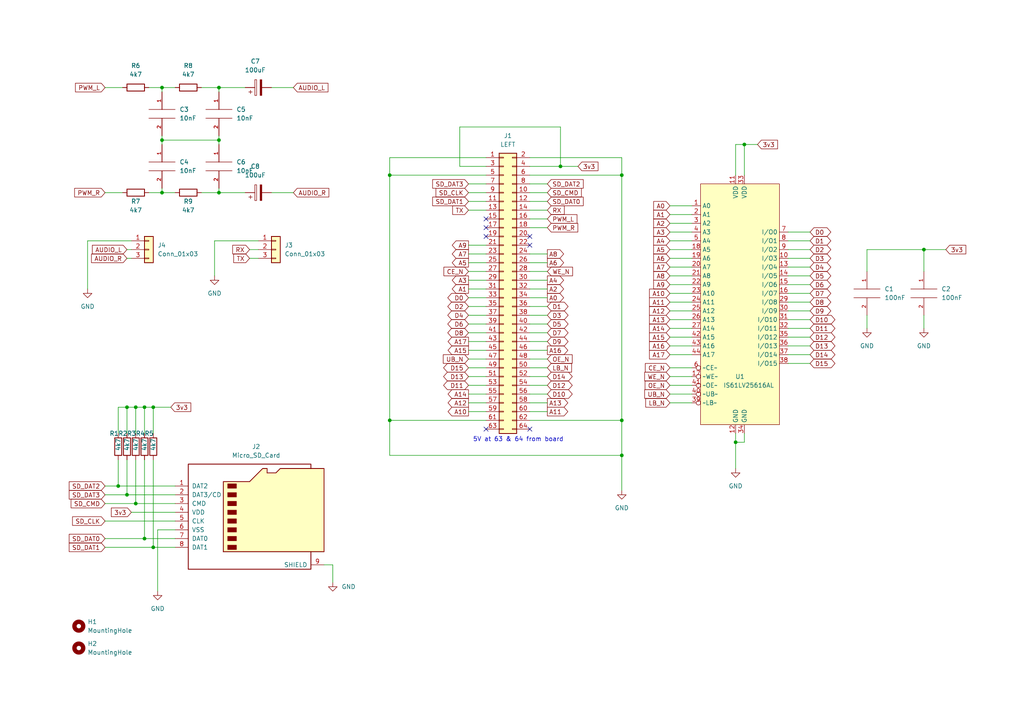
<source format=kicad_sch>
(kicad_sch (version 20211123) (generator eeschema)

  (uuid db8a60a1-6c78-42ba-b45c-08cf72ddf99e)

  (paper "A4")

  (lib_symbols
    (symbol "Connector:Micro_SD_Card" (pin_names (offset 1.016)) (in_bom yes) (on_board yes)
      (property "Reference" "J" (id 0) (at -16.51 15.24 0)
        (effects (font (size 1.27 1.27)))
      )
      (property "Value" "Micro_SD_Card" (id 1) (at 16.51 15.24 0)
        (effects (font (size 1.27 1.27)) (justify right))
      )
      (property "Footprint" "" (id 2) (at 29.21 7.62 0)
        (effects (font (size 1.27 1.27)) hide)
      )
      (property "Datasheet" "http://katalog.we-online.de/em/datasheet/693072010801.pdf" (id 3) (at 0 0 0)
        (effects (font (size 1.27 1.27)) hide)
      )
      (property "ki_keywords" "connector SD microsd" (id 4) (at 0 0 0)
        (effects (font (size 1.27 1.27)) hide)
      )
      (property "ki_description" "Micro SD Card Socket" (id 5) (at 0 0 0)
        (effects (font (size 1.27 1.27)) hide)
      )
      (property "ki_fp_filters" "microSD*" (id 6) (at 0 0 0)
        (effects (font (size 1.27 1.27)) hide)
      )
      (symbol "Micro_SD_Card_0_1"
        (rectangle (start -7.62 -9.525) (end -5.08 -10.795)
          (stroke (width 0) (type default) (color 0 0 0 0))
          (fill (type outline))
        )
        (rectangle (start -7.62 -6.985) (end -5.08 -8.255)
          (stroke (width 0) (type default) (color 0 0 0 0))
          (fill (type outline))
        )
        (rectangle (start -7.62 -4.445) (end -5.08 -5.715)
          (stroke (width 0) (type default) (color 0 0 0 0))
          (fill (type outline))
        )
        (rectangle (start -7.62 -1.905) (end -5.08 -3.175)
          (stroke (width 0) (type default) (color 0 0 0 0))
          (fill (type outline))
        )
        (rectangle (start -7.62 0.635) (end -5.08 -0.635)
          (stroke (width 0) (type default) (color 0 0 0 0))
          (fill (type outline))
        )
        (rectangle (start -7.62 3.175) (end -5.08 1.905)
          (stroke (width 0) (type default) (color 0 0 0 0))
          (fill (type outline))
        )
        (rectangle (start -7.62 5.715) (end -5.08 4.445)
          (stroke (width 0) (type default) (color 0 0 0 0))
          (fill (type outline))
        )
        (rectangle (start -7.62 8.255) (end -5.08 6.985)
          (stroke (width 0) (type default) (color 0 0 0 0))
          (fill (type outline))
        )
        (polyline
          (pts
            (xy 16.51 12.7)
            (xy 16.51 13.97)
            (xy -19.05 13.97)
            (xy -19.05 -16.51)
            (xy 16.51 -16.51)
            (xy 16.51 -11.43)
          )
          (stroke (width 0.254) (type default) (color 0 0 0 0))
          (fill (type none))
        )
        (polyline
          (pts
            (xy -8.89 -11.43)
            (xy -8.89 8.89)
            (xy -1.27 8.89)
            (xy 2.54 12.7)
            (xy 3.81 12.7)
            (xy 3.81 11.43)
            (xy 6.35 11.43)
            (xy 7.62 12.7)
            (xy 20.32 12.7)
            (xy 20.32 -11.43)
            (xy -8.89 -11.43)
          )
          (stroke (width 0.254) (type default) (color 0 0 0 0))
          (fill (type background))
        )
      )
      (symbol "Micro_SD_Card_1_1"
        (pin bidirectional line (at -22.86 7.62 0) (length 3.81)
          (name "DAT2" (effects (font (size 1.27 1.27))))
          (number "1" (effects (font (size 1.27 1.27))))
        )
        (pin bidirectional line (at -22.86 5.08 0) (length 3.81)
          (name "DAT3/CD" (effects (font (size 1.27 1.27))))
          (number "2" (effects (font (size 1.27 1.27))))
        )
        (pin input line (at -22.86 2.54 0) (length 3.81)
          (name "CMD" (effects (font (size 1.27 1.27))))
          (number "3" (effects (font (size 1.27 1.27))))
        )
        (pin power_in line (at -22.86 0 0) (length 3.81)
          (name "VDD" (effects (font (size 1.27 1.27))))
          (number "4" (effects (font (size 1.27 1.27))))
        )
        (pin input line (at -22.86 -2.54 0) (length 3.81)
          (name "CLK" (effects (font (size 1.27 1.27))))
          (number "5" (effects (font (size 1.27 1.27))))
        )
        (pin power_in line (at -22.86 -5.08 0) (length 3.81)
          (name "VSS" (effects (font (size 1.27 1.27))))
          (number "6" (effects (font (size 1.27 1.27))))
        )
        (pin bidirectional line (at -22.86 -7.62 0) (length 3.81)
          (name "DAT0" (effects (font (size 1.27 1.27))))
          (number "7" (effects (font (size 1.27 1.27))))
        )
        (pin bidirectional line (at -22.86 -10.16 0) (length 3.81)
          (name "DAT1" (effects (font (size 1.27 1.27))))
          (number "8" (effects (font (size 1.27 1.27))))
        )
        (pin passive line (at 20.32 -15.24 180) (length 3.81)
          (name "SHIELD" (effects (font (size 1.27 1.27))))
          (number "9" (effects (font (size 1.27 1.27))))
        )
      )
    )
    (symbol "Connector_Generic:Conn_01x03" (pin_names (offset 1.016) hide) (in_bom yes) (on_board yes)
      (property "Reference" "J" (id 0) (at 0 5.08 0)
        (effects (font (size 1.27 1.27)))
      )
      (property "Value" "Conn_01x03" (id 1) (at 0 -5.08 0)
        (effects (font (size 1.27 1.27)))
      )
      (property "Footprint" "" (id 2) (at 0 0 0)
        (effects (font (size 1.27 1.27)) hide)
      )
      (property "Datasheet" "~" (id 3) (at 0 0 0)
        (effects (font (size 1.27 1.27)) hide)
      )
      (property "ki_keywords" "connector" (id 4) (at 0 0 0)
        (effects (font (size 1.27 1.27)) hide)
      )
      (property "ki_description" "Generic connector, single row, 01x03, script generated (kicad-library-utils/schlib/autogen/connector/)" (id 5) (at 0 0 0)
        (effects (font (size 1.27 1.27)) hide)
      )
      (property "ki_fp_filters" "Connector*:*_1x??_*" (id 6) (at 0 0 0)
        (effects (font (size 1.27 1.27)) hide)
      )
      (symbol "Conn_01x03_1_1"
        (rectangle (start -1.27 -2.413) (end 0 -2.667)
          (stroke (width 0.1524) (type default) (color 0 0 0 0))
          (fill (type none))
        )
        (rectangle (start -1.27 0.127) (end 0 -0.127)
          (stroke (width 0.1524) (type default) (color 0 0 0 0))
          (fill (type none))
        )
        (rectangle (start -1.27 2.667) (end 0 2.413)
          (stroke (width 0.1524) (type default) (color 0 0 0 0))
          (fill (type none))
        )
        (rectangle (start -1.27 3.81) (end 1.27 -3.81)
          (stroke (width 0.254) (type default) (color 0 0 0 0))
          (fill (type background))
        )
        (pin passive line (at -5.08 2.54 0) (length 3.81)
          (name "Pin_1" (effects (font (size 1.27 1.27))))
          (number "1" (effects (font (size 1.27 1.27))))
        )
        (pin passive line (at -5.08 0 0) (length 3.81)
          (name "Pin_2" (effects (font (size 1.27 1.27))))
          (number "2" (effects (font (size 1.27 1.27))))
        )
        (pin passive line (at -5.08 -2.54 0) (length 3.81)
          (name "Pin_3" (effects (font (size 1.27 1.27))))
          (number "3" (effects (font (size 1.27 1.27))))
        )
      )
    )
    (symbol "Connector_Generic:Conn_02x32_Odd_Even" (pin_names (offset 1.016) hide) (in_bom yes) (on_board yes)
      (property "Reference" "J" (id 0) (at 1.27 40.64 0)
        (effects (font (size 1.27 1.27)))
      )
      (property "Value" "Conn_02x32_Odd_Even" (id 1) (at 1.27 -43.18 0)
        (effects (font (size 1.27 1.27)))
      )
      (property "Footprint" "" (id 2) (at 0 0 0)
        (effects (font (size 1.27 1.27)) hide)
      )
      (property "Datasheet" "~" (id 3) (at 0 0 0)
        (effects (font (size 1.27 1.27)) hide)
      )
      (property "ki_keywords" "connector" (id 4) (at 0 0 0)
        (effects (font (size 1.27 1.27)) hide)
      )
      (property "ki_description" "Generic connector, double row, 02x32, odd/even pin numbering scheme (row 1 odd numbers, row 2 even numbers), script generated (kicad-library-utils/schlib/autogen/connector/)" (id 5) (at 0 0 0)
        (effects (font (size 1.27 1.27)) hide)
      )
      (property "ki_fp_filters" "Connector*:*_2x??_*" (id 6) (at 0 0 0)
        (effects (font (size 1.27 1.27)) hide)
      )
      (symbol "Conn_02x32_Odd_Even_1_1"
        (rectangle (start -1.27 -40.513) (end 0 -40.767)
          (stroke (width 0.1524) (type default) (color 0 0 0 0))
          (fill (type none))
        )
        (rectangle (start -1.27 -37.973) (end 0 -38.227)
          (stroke (width 0.1524) (type default) (color 0 0 0 0))
          (fill (type none))
        )
        (rectangle (start -1.27 -35.433) (end 0 -35.687)
          (stroke (width 0.1524) (type default) (color 0 0 0 0))
          (fill (type none))
        )
        (rectangle (start -1.27 -32.893) (end 0 -33.147)
          (stroke (width 0.1524) (type default) (color 0 0 0 0))
          (fill (type none))
        )
        (rectangle (start -1.27 -30.353) (end 0 -30.607)
          (stroke (width 0.1524) (type default) (color 0 0 0 0))
          (fill (type none))
        )
        (rectangle (start -1.27 -27.813) (end 0 -28.067)
          (stroke (width 0.1524) (type default) (color 0 0 0 0))
          (fill (type none))
        )
        (rectangle (start -1.27 -25.273) (end 0 -25.527)
          (stroke (width 0.1524) (type default) (color 0 0 0 0))
          (fill (type none))
        )
        (rectangle (start -1.27 -22.733) (end 0 -22.987)
          (stroke (width 0.1524) (type default) (color 0 0 0 0))
          (fill (type none))
        )
        (rectangle (start -1.27 -20.193) (end 0 -20.447)
          (stroke (width 0.1524) (type default) (color 0 0 0 0))
          (fill (type none))
        )
        (rectangle (start -1.27 -17.653) (end 0 -17.907)
          (stroke (width 0.1524) (type default) (color 0 0 0 0))
          (fill (type none))
        )
        (rectangle (start -1.27 -15.113) (end 0 -15.367)
          (stroke (width 0.1524) (type default) (color 0 0 0 0))
          (fill (type none))
        )
        (rectangle (start -1.27 -12.573) (end 0 -12.827)
          (stroke (width 0.1524) (type default) (color 0 0 0 0))
          (fill (type none))
        )
        (rectangle (start -1.27 -10.033) (end 0 -10.287)
          (stroke (width 0.1524) (type default) (color 0 0 0 0))
          (fill (type none))
        )
        (rectangle (start -1.27 -7.493) (end 0 -7.747)
          (stroke (width 0.1524) (type default) (color 0 0 0 0))
          (fill (type none))
        )
        (rectangle (start -1.27 -4.953) (end 0 -5.207)
          (stroke (width 0.1524) (type default) (color 0 0 0 0))
          (fill (type none))
        )
        (rectangle (start -1.27 -2.413) (end 0 -2.667)
          (stroke (width 0.1524) (type default) (color 0 0 0 0))
          (fill (type none))
        )
        (rectangle (start -1.27 0.127) (end 0 -0.127)
          (stroke (width 0.1524) (type default) (color 0 0 0 0))
          (fill (type none))
        )
        (rectangle (start -1.27 2.667) (end 0 2.413)
          (stroke (width 0.1524) (type default) (color 0 0 0 0))
          (fill (type none))
        )
        (rectangle (start -1.27 5.207) (end 0 4.953)
          (stroke (width 0.1524) (type default) (color 0 0 0 0))
          (fill (type none))
        )
        (rectangle (start -1.27 7.747) (end 0 7.493)
          (stroke (width 0.1524) (type default) (color 0 0 0 0))
          (fill (type none))
        )
        (rectangle (start -1.27 10.287) (end 0 10.033)
          (stroke (width 0.1524) (type default) (color 0 0 0 0))
          (fill (type none))
        )
        (rectangle (start -1.27 12.827) (end 0 12.573)
          (stroke (width 0.1524) (type default) (color 0 0 0 0))
          (fill (type none))
        )
        (rectangle (start -1.27 15.367) (end 0 15.113)
          (stroke (width 0.1524) (type default) (color 0 0 0 0))
          (fill (type none))
        )
        (rectangle (start -1.27 17.907) (end 0 17.653)
          (stroke (width 0.1524) (type default) (color 0 0 0 0))
          (fill (type none))
        )
        (rectangle (start -1.27 20.447) (end 0 20.193)
          (stroke (width 0.1524) (type default) (color 0 0 0 0))
          (fill (type none))
        )
        (rectangle (start -1.27 22.987) (end 0 22.733)
          (stroke (width 0.1524) (type default) (color 0 0 0 0))
          (fill (type none))
        )
        (rectangle (start -1.27 25.527) (end 0 25.273)
          (stroke (width 0.1524) (type default) (color 0 0 0 0))
          (fill (type none))
        )
        (rectangle (start -1.27 28.067) (end 0 27.813)
          (stroke (width 0.1524) (type default) (color 0 0 0 0))
          (fill (type none))
        )
        (rectangle (start -1.27 30.607) (end 0 30.353)
          (stroke (width 0.1524) (type default) (color 0 0 0 0))
          (fill (type none))
        )
        (rectangle (start -1.27 33.147) (end 0 32.893)
          (stroke (width 0.1524) (type default) (color 0 0 0 0))
          (fill (type none))
        )
        (rectangle (start -1.27 35.687) (end 0 35.433)
          (stroke (width 0.1524) (type default) (color 0 0 0 0))
          (fill (type none))
        )
        (rectangle (start -1.27 38.227) (end 0 37.973)
          (stroke (width 0.1524) (type default) (color 0 0 0 0))
          (fill (type none))
        )
        (rectangle (start -1.27 39.37) (end 3.81 -41.91)
          (stroke (width 0.254) (type default) (color 0 0 0 0))
          (fill (type background))
        )
        (rectangle (start 3.81 -40.513) (end 2.54 -40.767)
          (stroke (width 0.1524) (type default) (color 0 0 0 0))
          (fill (type none))
        )
        (rectangle (start 3.81 -37.973) (end 2.54 -38.227)
          (stroke (width 0.1524) (type default) (color 0 0 0 0))
          (fill (type none))
        )
        (rectangle (start 3.81 -35.433) (end 2.54 -35.687)
          (stroke (width 0.1524) (type default) (color 0 0 0 0))
          (fill (type none))
        )
        (rectangle (start 3.81 -32.893) (end 2.54 -33.147)
          (stroke (width 0.1524) (type default) (color 0 0 0 0))
          (fill (type none))
        )
        (rectangle (start 3.81 -30.353) (end 2.54 -30.607)
          (stroke (width 0.1524) (type default) (color 0 0 0 0))
          (fill (type none))
        )
        (rectangle (start 3.81 -27.813) (end 2.54 -28.067)
          (stroke (width 0.1524) (type default) (color 0 0 0 0))
          (fill (type none))
        )
        (rectangle (start 3.81 -25.273) (end 2.54 -25.527)
          (stroke (width 0.1524) (type default) (color 0 0 0 0))
          (fill (type none))
        )
        (rectangle (start 3.81 -22.733) (end 2.54 -22.987)
          (stroke (width 0.1524) (type default) (color 0 0 0 0))
          (fill (type none))
        )
        (rectangle (start 3.81 -20.193) (end 2.54 -20.447)
          (stroke (width 0.1524) (type default) (color 0 0 0 0))
          (fill (type none))
        )
        (rectangle (start 3.81 -17.653) (end 2.54 -17.907)
          (stroke (width 0.1524) (type default) (color 0 0 0 0))
          (fill (type none))
        )
        (rectangle (start 3.81 -15.113) (end 2.54 -15.367)
          (stroke (width 0.1524) (type default) (color 0 0 0 0))
          (fill (type none))
        )
        (rectangle (start 3.81 -12.573) (end 2.54 -12.827)
          (stroke (width 0.1524) (type default) (color 0 0 0 0))
          (fill (type none))
        )
        (rectangle (start 3.81 -10.033) (end 2.54 -10.287)
          (stroke (width 0.1524) (type default) (color 0 0 0 0))
          (fill (type none))
        )
        (rectangle (start 3.81 -7.493) (end 2.54 -7.747)
          (stroke (width 0.1524) (type default) (color 0 0 0 0))
          (fill (type none))
        )
        (rectangle (start 3.81 -4.953) (end 2.54 -5.207)
          (stroke (width 0.1524) (type default) (color 0 0 0 0))
          (fill (type none))
        )
        (rectangle (start 3.81 -2.413) (end 2.54 -2.667)
          (stroke (width 0.1524) (type default) (color 0 0 0 0))
          (fill (type none))
        )
        (rectangle (start 3.81 0.127) (end 2.54 -0.127)
          (stroke (width 0.1524) (type default) (color 0 0 0 0))
          (fill (type none))
        )
        (rectangle (start 3.81 2.667) (end 2.54 2.413)
          (stroke (width 0.1524) (type default) (color 0 0 0 0))
          (fill (type none))
        )
        (rectangle (start 3.81 5.207) (end 2.54 4.953)
          (stroke (width 0.1524) (type default) (color 0 0 0 0))
          (fill (type none))
        )
        (rectangle (start 3.81 7.747) (end 2.54 7.493)
          (stroke (width 0.1524) (type default) (color 0 0 0 0))
          (fill (type none))
        )
        (rectangle (start 3.81 10.287) (end 2.54 10.033)
          (stroke (width 0.1524) (type default) (color 0 0 0 0))
          (fill (type none))
        )
        (rectangle (start 3.81 12.827) (end 2.54 12.573)
          (stroke (width 0.1524) (type default) (color 0 0 0 0))
          (fill (type none))
        )
        (rectangle (start 3.81 15.367) (end 2.54 15.113)
          (stroke (width 0.1524) (type default) (color 0 0 0 0))
          (fill (type none))
        )
        (rectangle (start 3.81 17.907) (end 2.54 17.653)
          (stroke (width 0.1524) (type default) (color 0 0 0 0))
          (fill (type none))
        )
        (rectangle (start 3.81 20.447) (end 2.54 20.193)
          (stroke (width 0.1524) (type default) (color 0 0 0 0))
          (fill (type none))
        )
        (rectangle (start 3.81 22.987) (end 2.54 22.733)
          (stroke (width 0.1524) (type default) (color 0 0 0 0))
          (fill (type none))
        )
        (rectangle (start 3.81 25.527) (end 2.54 25.273)
          (stroke (width 0.1524) (type default) (color 0 0 0 0))
          (fill (type none))
        )
        (rectangle (start 3.81 28.067) (end 2.54 27.813)
          (stroke (width 0.1524) (type default) (color 0 0 0 0))
          (fill (type none))
        )
        (rectangle (start 3.81 30.607) (end 2.54 30.353)
          (stroke (width 0.1524) (type default) (color 0 0 0 0))
          (fill (type none))
        )
        (rectangle (start 3.81 33.147) (end 2.54 32.893)
          (stroke (width 0.1524) (type default) (color 0 0 0 0))
          (fill (type none))
        )
        (rectangle (start 3.81 35.687) (end 2.54 35.433)
          (stroke (width 0.1524) (type default) (color 0 0 0 0))
          (fill (type none))
        )
        (rectangle (start 3.81 38.227) (end 2.54 37.973)
          (stroke (width 0.1524) (type default) (color 0 0 0 0))
          (fill (type none))
        )
        (pin passive line (at -5.08 38.1 0) (length 3.81)
          (name "Pin_1" (effects (font (size 1.27 1.27))))
          (number "1" (effects (font (size 1.27 1.27))))
        )
        (pin passive line (at 7.62 27.94 180) (length 3.81)
          (name "Pin_10" (effects (font (size 1.27 1.27))))
          (number "10" (effects (font (size 1.27 1.27))))
        )
        (pin passive line (at -5.08 25.4 0) (length 3.81)
          (name "Pin_11" (effects (font (size 1.27 1.27))))
          (number "11" (effects (font (size 1.27 1.27))))
        )
        (pin passive line (at 7.62 25.4 180) (length 3.81)
          (name "Pin_12" (effects (font (size 1.27 1.27))))
          (number "12" (effects (font (size 1.27 1.27))))
        )
        (pin passive line (at -5.08 22.86 0) (length 3.81)
          (name "Pin_13" (effects (font (size 1.27 1.27))))
          (number "13" (effects (font (size 1.27 1.27))))
        )
        (pin passive line (at 7.62 22.86 180) (length 3.81)
          (name "Pin_14" (effects (font (size 1.27 1.27))))
          (number "14" (effects (font (size 1.27 1.27))))
        )
        (pin passive line (at -5.08 20.32 0) (length 3.81)
          (name "Pin_15" (effects (font (size 1.27 1.27))))
          (number "15" (effects (font (size 1.27 1.27))))
        )
        (pin passive line (at 7.62 20.32 180) (length 3.81)
          (name "Pin_16" (effects (font (size 1.27 1.27))))
          (number "16" (effects (font (size 1.27 1.27))))
        )
        (pin passive line (at -5.08 17.78 0) (length 3.81)
          (name "Pin_17" (effects (font (size 1.27 1.27))))
          (number "17" (effects (font (size 1.27 1.27))))
        )
        (pin passive line (at 7.62 17.78 180) (length 3.81)
          (name "Pin_18" (effects (font (size 1.27 1.27))))
          (number "18" (effects (font (size 1.27 1.27))))
        )
        (pin passive line (at -5.08 15.24 0) (length 3.81)
          (name "Pin_19" (effects (font (size 1.27 1.27))))
          (number "19" (effects (font (size 1.27 1.27))))
        )
        (pin passive line (at 7.62 38.1 180) (length 3.81)
          (name "Pin_2" (effects (font (size 1.27 1.27))))
          (number "2" (effects (font (size 1.27 1.27))))
        )
        (pin passive line (at 7.62 15.24 180) (length 3.81)
          (name "Pin_20" (effects (font (size 1.27 1.27))))
          (number "20" (effects (font (size 1.27 1.27))))
        )
        (pin passive line (at -5.08 12.7 0) (length 3.81)
          (name "Pin_21" (effects (font (size 1.27 1.27))))
          (number "21" (effects (font (size 1.27 1.27))))
        )
        (pin passive line (at 7.62 12.7 180) (length 3.81)
          (name "Pin_22" (effects (font (size 1.27 1.27))))
          (number "22" (effects (font (size 1.27 1.27))))
        )
        (pin passive line (at -5.08 10.16 0) (length 3.81)
          (name "Pin_23" (effects (font (size 1.27 1.27))))
          (number "23" (effects (font (size 1.27 1.27))))
        )
        (pin passive line (at 7.62 10.16 180) (length 3.81)
          (name "Pin_24" (effects (font (size 1.27 1.27))))
          (number "24" (effects (font (size 1.27 1.27))))
        )
        (pin passive line (at -5.08 7.62 0) (length 3.81)
          (name "Pin_25" (effects (font (size 1.27 1.27))))
          (number "25" (effects (font (size 1.27 1.27))))
        )
        (pin passive line (at 7.62 7.62 180) (length 3.81)
          (name "Pin_26" (effects (font (size 1.27 1.27))))
          (number "26" (effects (font (size 1.27 1.27))))
        )
        (pin passive line (at -5.08 5.08 0) (length 3.81)
          (name "Pin_27" (effects (font (size 1.27 1.27))))
          (number "27" (effects (font (size 1.27 1.27))))
        )
        (pin passive line (at 7.62 5.08 180) (length 3.81)
          (name "Pin_28" (effects (font (size 1.27 1.27))))
          (number "28" (effects (font (size 1.27 1.27))))
        )
        (pin passive line (at -5.08 2.54 0) (length 3.81)
          (name "Pin_29" (effects (font (size 1.27 1.27))))
          (number "29" (effects (font (size 1.27 1.27))))
        )
        (pin passive line (at -5.08 35.56 0) (length 3.81)
          (name "Pin_3" (effects (font (size 1.27 1.27))))
          (number "3" (effects (font (size 1.27 1.27))))
        )
        (pin passive line (at 7.62 2.54 180) (length 3.81)
          (name "Pin_30" (effects (font (size 1.27 1.27))))
          (number "30" (effects (font (size 1.27 1.27))))
        )
        (pin passive line (at -5.08 0 0) (length 3.81)
          (name "Pin_31" (effects (font (size 1.27 1.27))))
          (number "31" (effects (font (size 1.27 1.27))))
        )
        (pin passive line (at 7.62 0 180) (length 3.81)
          (name "Pin_32" (effects (font (size 1.27 1.27))))
          (number "32" (effects (font (size 1.27 1.27))))
        )
        (pin passive line (at -5.08 -2.54 0) (length 3.81)
          (name "Pin_33" (effects (font (size 1.27 1.27))))
          (number "33" (effects (font (size 1.27 1.27))))
        )
        (pin passive line (at 7.62 -2.54 180) (length 3.81)
          (name "Pin_34" (effects (font (size 1.27 1.27))))
          (number "34" (effects (font (size 1.27 1.27))))
        )
        (pin passive line (at -5.08 -5.08 0) (length 3.81)
          (name "Pin_35" (effects (font (size 1.27 1.27))))
          (number "35" (effects (font (size 1.27 1.27))))
        )
        (pin passive line (at 7.62 -5.08 180) (length 3.81)
          (name "Pin_36" (effects (font (size 1.27 1.27))))
          (number "36" (effects (font (size 1.27 1.27))))
        )
        (pin passive line (at -5.08 -7.62 0) (length 3.81)
          (name "Pin_37" (effects (font (size 1.27 1.27))))
          (number "37" (effects (font (size 1.27 1.27))))
        )
        (pin passive line (at 7.62 -7.62 180) (length 3.81)
          (name "Pin_38" (effects (font (size 1.27 1.27))))
          (number "38" (effects (font (size 1.27 1.27))))
        )
        (pin passive line (at -5.08 -10.16 0) (length 3.81)
          (name "Pin_39" (effects (font (size 1.27 1.27))))
          (number "39" (effects (font (size 1.27 1.27))))
        )
        (pin passive line (at 7.62 35.56 180) (length 3.81)
          (name "Pin_4" (effects (font (size 1.27 1.27))))
          (number "4" (effects (font (size 1.27 1.27))))
        )
        (pin passive line (at 7.62 -10.16 180) (length 3.81)
          (name "Pin_40" (effects (font (size 1.27 1.27))))
          (number "40" (effects (font (size 1.27 1.27))))
        )
        (pin passive line (at -5.08 -12.7 0) (length 3.81)
          (name "Pin_41" (effects (font (size 1.27 1.27))))
          (number "41" (effects (font (size 1.27 1.27))))
        )
        (pin passive line (at 7.62 -12.7 180) (length 3.81)
          (name "Pin_42" (effects (font (size 1.27 1.27))))
          (number "42" (effects (font (size 1.27 1.27))))
        )
        (pin passive line (at -5.08 -15.24 0) (length 3.81)
          (name "Pin_43" (effects (font (size 1.27 1.27))))
          (number "43" (effects (font (size 1.27 1.27))))
        )
        (pin passive line (at 7.62 -15.24 180) (length 3.81)
          (name "Pin_44" (effects (font (size 1.27 1.27))))
          (number "44" (effects (font (size 1.27 1.27))))
        )
        (pin passive line (at -5.08 -17.78 0) (length 3.81)
          (name "Pin_45" (effects (font (size 1.27 1.27))))
          (number "45" (effects (font (size 1.27 1.27))))
        )
        (pin passive line (at 7.62 -17.78 180) (length 3.81)
          (name "Pin_46" (effects (font (size 1.27 1.27))))
          (number "46" (effects (font (size 1.27 1.27))))
        )
        (pin passive line (at -5.08 -20.32 0) (length 3.81)
          (name "Pin_47" (effects (font (size 1.27 1.27))))
          (number "47" (effects (font (size 1.27 1.27))))
        )
        (pin passive line (at 7.62 -20.32 180) (length 3.81)
          (name "Pin_48" (effects (font (size 1.27 1.27))))
          (number "48" (effects (font (size 1.27 1.27))))
        )
        (pin passive line (at -5.08 -22.86 0) (length 3.81)
          (name "Pin_49" (effects (font (size 1.27 1.27))))
          (number "49" (effects (font (size 1.27 1.27))))
        )
        (pin passive line (at -5.08 33.02 0) (length 3.81)
          (name "Pin_5" (effects (font (size 1.27 1.27))))
          (number "5" (effects (font (size 1.27 1.27))))
        )
        (pin passive line (at 7.62 -22.86 180) (length 3.81)
          (name "Pin_50" (effects (font (size 1.27 1.27))))
          (number "50" (effects (font (size 1.27 1.27))))
        )
        (pin passive line (at -5.08 -25.4 0) (length 3.81)
          (name "Pin_51" (effects (font (size 1.27 1.27))))
          (number "51" (effects (font (size 1.27 1.27))))
        )
        (pin passive line (at 7.62 -25.4 180) (length 3.81)
          (name "Pin_52" (effects (font (size 1.27 1.27))))
          (number "52" (effects (font (size 1.27 1.27))))
        )
        (pin passive line (at -5.08 -27.94 0) (length 3.81)
          (name "Pin_53" (effects (font (size 1.27 1.27))))
          (number "53" (effects (font (size 1.27 1.27))))
        )
        (pin passive line (at 7.62 -27.94 180) (length 3.81)
          (name "Pin_54" (effects (font (size 1.27 1.27))))
          (number "54" (effects (font (size 1.27 1.27))))
        )
        (pin passive line (at -5.08 -30.48 0) (length 3.81)
          (name "Pin_55" (effects (font (size 1.27 1.27))))
          (number "55" (effects (font (size 1.27 1.27))))
        )
        (pin passive line (at 7.62 -30.48 180) (length 3.81)
          (name "Pin_56" (effects (font (size 1.27 1.27))))
          (number "56" (effects (font (size 1.27 1.27))))
        )
        (pin passive line (at -5.08 -33.02 0) (length 3.81)
          (name "Pin_57" (effects (font (size 1.27 1.27))))
          (number "57" (effects (font (size 1.27 1.27))))
        )
        (pin passive line (at 7.62 -33.02 180) (length 3.81)
          (name "Pin_58" (effects (font (size 1.27 1.27))))
          (number "58" (effects (font (size 1.27 1.27))))
        )
        (pin passive line (at -5.08 -35.56 0) (length 3.81)
          (name "Pin_59" (effects (font (size 1.27 1.27))))
          (number "59" (effects (font (size 1.27 1.27))))
        )
        (pin passive line (at 7.62 33.02 180) (length 3.81)
          (name "Pin_6" (effects (font (size 1.27 1.27))))
          (number "6" (effects (font (size 1.27 1.27))))
        )
        (pin passive line (at 7.62 -35.56 180) (length 3.81)
          (name "Pin_60" (effects (font (size 1.27 1.27))))
          (number "60" (effects (font (size 1.27 1.27))))
        )
        (pin passive line (at -5.08 -38.1 0) (length 3.81)
          (name "Pin_61" (effects (font (size 1.27 1.27))))
          (number "61" (effects (font (size 1.27 1.27))))
        )
        (pin passive line (at 7.62 -38.1 180) (length 3.81)
          (name "Pin_62" (effects (font (size 1.27 1.27))))
          (number "62" (effects (font (size 1.27 1.27))))
        )
        (pin passive line (at -5.08 -40.64 0) (length 3.81)
          (name "Pin_63" (effects (font (size 1.27 1.27))))
          (number "63" (effects (font (size 1.27 1.27))))
        )
        (pin passive line (at 7.62 -40.64 180) (length 3.81)
          (name "Pin_64" (effects (font (size 1.27 1.27))))
          (number "64" (effects (font (size 1.27 1.27))))
        )
        (pin passive line (at -5.08 30.48 0) (length 3.81)
          (name "Pin_7" (effects (font (size 1.27 1.27))))
          (number "7" (effects (font (size 1.27 1.27))))
        )
        (pin passive line (at 7.62 30.48 180) (length 3.81)
          (name "Pin_8" (effects (font (size 1.27 1.27))))
          (number "8" (effects (font (size 1.27 1.27))))
        )
        (pin passive line (at -5.08 27.94 0) (length 3.81)
          (name "Pin_9" (effects (font (size 1.27 1.27))))
          (number "9" (effects (font (size 1.27 1.27))))
        )
      )
    )
    (symbol "Device:C_Polarized" (pin_numbers hide) (pin_names (offset 0.254)) (in_bom yes) (on_board yes)
      (property "Reference" "C" (id 0) (at 0.635 2.54 0)
        (effects (font (size 1.27 1.27)) (justify left))
      )
      (property "Value" "C_Polarized" (id 1) (at 0.635 -2.54 0)
        (effects (font (size 1.27 1.27)) (justify left))
      )
      (property "Footprint" "" (id 2) (at 0.9652 -3.81 0)
        (effects (font (size 1.27 1.27)) hide)
      )
      (property "Datasheet" "~" (id 3) (at 0 0 0)
        (effects (font (size 1.27 1.27)) hide)
      )
      (property "ki_keywords" "cap capacitor" (id 4) (at 0 0 0)
        (effects (font (size 1.27 1.27)) hide)
      )
      (property "ki_description" "Polarized capacitor" (id 5) (at 0 0 0)
        (effects (font (size 1.27 1.27)) hide)
      )
      (property "ki_fp_filters" "CP_*" (id 6) (at 0 0 0)
        (effects (font (size 1.27 1.27)) hide)
      )
      (symbol "C_Polarized_0_1"
        (rectangle (start -2.286 0.508) (end 2.286 1.016)
          (stroke (width 0) (type default) (color 0 0 0 0))
          (fill (type none))
        )
        (polyline
          (pts
            (xy -1.778 2.286)
            (xy -0.762 2.286)
          )
          (stroke (width 0) (type default) (color 0 0 0 0))
          (fill (type none))
        )
        (polyline
          (pts
            (xy -1.27 2.794)
            (xy -1.27 1.778)
          )
          (stroke (width 0) (type default) (color 0 0 0 0))
          (fill (type none))
        )
        (rectangle (start 2.286 -0.508) (end -2.286 -1.016)
          (stroke (width 0) (type default) (color 0 0 0 0))
          (fill (type outline))
        )
      )
      (symbol "C_Polarized_1_1"
        (pin passive line (at 0 3.81 270) (length 2.794)
          (name "~" (effects (font (size 1.27 1.27))))
          (number "1" (effects (font (size 1.27 1.27))))
        )
        (pin passive line (at 0 -3.81 90) (length 2.794)
          (name "~" (effects (font (size 1.27 1.27))))
          (number "2" (effects (font (size 1.27 1.27))))
        )
      )
    )
    (symbol "Device:R" (pin_numbers hide) (pin_names (offset 0)) (in_bom yes) (on_board yes)
      (property "Reference" "R" (id 0) (at 2.032 0 90)
        (effects (font (size 1.27 1.27)))
      )
      (property "Value" "R" (id 1) (at 0 0 90)
        (effects (font (size 1.27 1.27)))
      )
      (property "Footprint" "" (id 2) (at -1.778 0 90)
        (effects (font (size 1.27 1.27)) hide)
      )
      (property "Datasheet" "~" (id 3) (at 0 0 0)
        (effects (font (size 1.27 1.27)) hide)
      )
      (property "ki_keywords" "R res resistor" (id 4) (at 0 0 0)
        (effects (font (size 1.27 1.27)) hide)
      )
      (property "ki_description" "Resistor" (id 5) (at 0 0 0)
        (effects (font (size 1.27 1.27)) hide)
      )
      (property "ki_fp_filters" "R_*" (id 6) (at 0 0 0)
        (effects (font (size 1.27 1.27)) hide)
      )
      (symbol "R_0_1"
        (rectangle (start -1.016 -2.54) (end 1.016 2.54)
          (stroke (width 0.254) (type default) (color 0 0 0 0))
          (fill (type none))
        )
      )
      (symbol "R_1_1"
        (pin passive line (at 0 3.81 270) (length 1.27)
          (name "~" (effects (font (size 1.27 1.27))))
          (number "1" (effects (font (size 1.27 1.27))))
        )
        (pin passive line (at 0 -3.81 90) (length 1.27)
          (name "~" (effects (font (size 1.27 1.27))))
          (number "2" (effects (font (size 1.27 1.27))))
        )
      )
    )
    (symbol "Mechanical:MountingHole" (pin_names (offset 1.016)) (in_bom yes) (on_board yes)
      (property "Reference" "H" (id 0) (at 0 5.08 0)
        (effects (font (size 1.27 1.27)))
      )
      (property "Value" "MountingHole" (id 1) (at 0 3.175 0)
        (effects (font (size 1.27 1.27)))
      )
      (property "Footprint" "" (id 2) (at 0 0 0)
        (effects (font (size 1.27 1.27)) hide)
      )
      (property "Datasheet" "~" (id 3) (at 0 0 0)
        (effects (font (size 1.27 1.27)) hide)
      )
      (property "ki_keywords" "mounting hole" (id 4) (at 0 0 0)
        (effects (font (size 1.27 1.27)) hide)
      )
      (property "ki_description" "Mounting Hole without connection" (id 5) (at 0 0 0)
        (effects (font (size 1.27 1.27)) hide)
      )
      (property "ki_fp_filters" "MountingHole*" (id 6) (at 0 0 0)
        (effects (font (size 1.27 1.27)) hide)
      )
      (symbol "MountingHole_0_1"
        (circle (center 0 0) (radius 1.27)
          (stroke (width 1.27) (type default) (color 0 0 0 0))
          (fill (type none))
        )
      )
    )
    (symbol "iss:IS61LV25616AL" (in_bom yes) (on_board yes)
      (property "Reference" "U" (id 0) (at 0 -15.24 0)
        (effects (font (size 1.27 1.27)))
      )
      (property "Value" "IS61LV25616AL" (id 1) (at 0 -1.27 90)
        (effects (font (size 1.27 1.27)))
      )
      (property "Footprint" "" (id 2) (at 0 34.29 0)
        (effects (font (size 1.27 1.27)) hide)
      )
      (property "Datasheet" "" (id 3) (at 0 34.29 0)
        (effects (font (size 1.27 1.27)) hide)
      )
      (symbol "IS61LV25616AL_0_1"
        (rectangle (start -11.43 31.75) (end 11.43 -38.1)
          (stroke (width 0) (type default) (color 0 0 0 0))
          (fill (type background))
        )
      )
      (symbol "IS61LV25616AL_1_1"
        (pin input line (at -13.97 25.4 0) (length 2.54)
          (name "A0" (effects (font (size 1.27 1.27))))
          (number "1" (effects (font (size 1.27 1.27))))
        )
        (pin bidirectional line (at 13.97 10.16 180) (length 2.54)
          (name "I/O3" (effects (font (size 1.27 1.27))))
          (number "10" (effects (font (size 1.27 1.27))))
        )
        (pin input line (at -1.27 34.29 270) (length 2.54)
          (name "VDD" (effects (font (size 1.27 1.27))))
          (number "11" (effects (font (size 1.27 1.27))))
        )
        (pin input line (at -1.27 -40.64 90) (length 2.54)
          (name "GND" (effects (font (size 1.27 1.27))))
          (number "12" (effects (font (size 1.27 1.27))))
        )
        (pin bidirectional line (at 13.97 7.62 180) (length 2.54)
          (name "I/O4" (effects (font (size 1.27 1.27))))
          (number "13" (effects (font (size 1.27 1.27))))
        )
        (pin bidirectional line (at 13.97 5.08 180) (length 2.54)
          (name "I/O5" (effects (font (size 1.27 1.27))))
          (number "14" (effects (font (size 1.27 1.27))))
        )
        (pin bidirectional line (at 13.97 2.54 180) (length 2.54)
          (name "I/O6" (effects (font (size 1.27 1.27))))
          (number "15" (effects (font (size 1.27 1.27))))
        )
        (pin bidirectional line (at 13.97 0 180) (length 2.54)
          (name "I/O7" (effects (font (size 1.27 1.27))))
          (number "16" (effects (font (size 1.27 1.27))))
        )
        (pin input inverted (at -13.97 -24.13 0) (length 2.54)
          (name "~WE~" (effects (font (size 1.27 1.27))))
          (number "17" (effects (font (size 1.27 1.27))))
        )
        (pin input line (at -13.97 12.7 0) (length 2.54)
          (name "A5" (effects (font (size 1.27 1.27))))
          (number "18" (effects (font (size 1.27 1.27))))
        )
        (pin input line (at -13.97 10.16 0) (length 2.54)
          (name "A6" (effects (font (size 1.27 1.27))))
          (number "19" (effects (font (size 1.27 1.27))))
        )
        (pin input line (at -13.97 22.86 0) (length 2.54)
          (name "A1" (effects (font (size 1.27 1.27))))
          (number "2" (effects (font (size 1.27 1.27))))
        )
        (pin input line (at -13.97 7.62 0) (length 2.54)
          (name "A7" (effects (font (size 1.27 1.27))))
          (number "20" (effects (font (size 1.27 1.27))))
        )
        (pin input line (at -13.97 5.08 0) (length 2.54)
          (name "A8" (effects (font (size 1.27 1.27))))
          (number "21" (effects (font (size 1.27 1.27))))
        )
        (pin input line (at -13.97 2.54 0) (length 2.54)
          (name "A9" (effects (font (size 1.27 1.27))))
          (number "22" (effects (font (size 1.27 1.27))))
        )
        (pin input line (at -13.97 0 0) (length 2.54)
          (name "A10" (effects (font (size 1.27 1.27))))
          (number "23" (effects (font (size 1.27 1.27))))
        )
        (pin input line (at -13.97 -2.54 0) (length 2.54)
          (name "A11" (effects (font (size 1.27 1.27))))
          (number "24" (effects (font (size 1.27 1.27))))
        )
        (pin input line (at -13.97 -5.08 0) (length 2.54)
          (name "A12" (effects (font (size 1.27 1.27))))
          (number "25" (effects (font (size 1.27 1.27))))
        )
        (pin input line (at -13.97 -7.62 0) (length 2.54)
          (name "A13" (effects (font (size 1.27 1.27))))
          (number "26" (effects (font (size 1.27 1.27))))
        )
        (pin input line (at -13.97 -10.16 0) (length 2.54)
          (name "A14" (effects (font (size 1.27 1.27))))
          (number "27" (effects (font (size 1.27 1.27))))
        )
        (pin bidirectional line (at 13.97 -2.54 180) (length 2.54)
          (name "I/O8" (effects (font (size 1.27 1.27))))
          (number "29" (effects (font (size 1.27 1.27))))
        )
        (pin input line (at -13.97 20.32 0) (length 2.54)
          (name "A2" (effects (font (size 1.27 1.27))))
          (number "3" (effects (font (size 1.27 1.27))))
        )
        (pin bidirectional line (at 13.97 -5.08 180) (length 2.54)
          (name "I/O9" (effects (font (size 1.27 1.27))))
          (number "30" (effects (font (size 1.27 1.27))))
        )
        (pin bidirectional line (at 13.97 -7.62 180) (length 2.54)
          (name "I/O10" (effects (font (size 1.27 1.27))))
          (number "31" (effects (font (size 1.27 1.27))))
        )
        (pin bidirectional line (at 13.97 -10.16 180) (length 2.54)
          (name "I/O11" (effects (font (size 1.27 1.27))))
          (number "32" (effects (font (size 1.27 1.27))))
        )
        (pin input line (at 1.27 34.29 270) (length 2.54)
          (name "VDD" (effects (font (size 1.27 1.27))))
          (number "33" (effects (font (size 1.27 1.27))))
        )
        (pin input line (at 1.27 -40.64 90) (length 2.54)
          (name "GND" (effects (font (size 1.27 1.27))))
          (number "34" (effects (font (size 1.27 1.27))))
        )
        (pin bidirectional line (at 13.97 -12.7 180) (length 2.54)
          (name "I/O12" (effects (font (size 1.27 1.27))))
          (number "35" (effects (font (size 1.27 1.27))))
        )
        (pin bidirectional line (at 13.97 -15.24 180) (length 2.54)
          (name "I/O13" (effects (font (size 1.27 1.27))))
          (number "36" (effects (font (size 1.27 1.27))))
        )
        (pin bidirectional line (at 13.97 -17.78 180) (length 2.54)
          (name "I/O14" (effects (font (size 1.27 1.27))))
          (number "37" (effects (font (size 1.27 1.27))))
        )
        (pin bidirectional line (at 13.97 -20.32 180) (length 2.54)
          (name "I/O15" (effects (font (size 1.27 1.27))))
          (number "38" (effects (font (size 1.27 1.27))))
        )
        (pin input inverted (at -13.97 -31.75 0) (length 2.54)
          (name "~LB~" (effects (font (size 1.27 1.27))))
          (number "39" (effects (font (size 1.27 1.27))))
        )
        (pin input line (at -13.97 17.78 0) (length 2.54)
          (name "A3" (effects (font (size 1.27 1.27))))
          (number "4" (effects (font (size 1.27 1.27))))
        )
        (pin input inverted (at -13.97 -29.21 0) (length 2.54)
          (name "~UB~" (effects (font (size 1.27 1.27))))
          (number "40" (effects (font (size 1.27 1.27))))
        )
        (pin input inverted (at -13.97 -26.67 0) (length 2.54)
          (name "~OE~" (effects (font (size 1.27 1.27))))
          (number "41" (effects (font (size 1.27 1.27))))
        )
        (pin input line (at -13.97 -12.7 0) (length 2.54)
          (name "A15" (effects (font (size 1.27 1.27))))
          (number "42" (effects (font (size 1.27 1.27))))
        )
        (pin input line (at -13.97 -15.24 0) (length 2.54)
          (name "A16" (effects (font (size 1.27 1.27))))
          (number "43" (effects (font (size 1.27 1.27))))
        )
        (pin input line (at -13.97 -17.78 0) (length 2.54)
          (name "A17" (effects (font (size 1.27 1.27))))
          (number "44" (effects (font (size 1.27 1.27))))
        )
        (pin input line (at -13.97 15.24 0) (length 2.54)
          (name "A4" (effects (font (size 1.27 1.27))))
          (number "5" (effects (font (size 1.27 1.27))))
        )
        (pin input inverted (at -13.97 -21.59 0) (length 2.54)
          (name "~CE~" (effects (font (size 1.27 1.27))))
          (number "6" (effects (font (size 1.27 1.27))))
        )
        (pin bidirectional line (at 13.97 17.78 180) (length 2.54)
          (name "I/O0" (effects (font (size 1.27 1.27))))
          (number "7" (effects (font (size 1.27 1.27))))
        )
        (pin bidirectional line (at 13.97 15.24 180) (length 2.54)
          (name "I/O1" (effects (font (size 1.27 1.27))))
          (number "8" (effects (font (size 1.27 1.27))))
        )
        (pin bidirectional line (at 13.97 12.7 180) (length 2.54)
          (name "I/O2" (effects (font (size 1.27 1.27))))
          (number "9" (effects (font (size 1.27 1.27))))
        )
      )
    )
    (symbol "power:GND" (power) (pin_names (offset 0)) (in_bom yes) (on_board yes)
      (property "Reference" "#PWR" (id 0) (at 0 -6.35 0)
        (effects (font (size 1.27 1.27)) hide)
      )
      (property "Value" "GND" (id 1) (at 0 -3.81 0)
        (effects (font (size 1.27 1.27)))
      )
      (property "Footprint" "" (id 2) (at 0 0 0)
        (effects (font (size 1.27 1.27)) hide)
      )
      (property "Datasheet" "" (id 3) (at 0 0 0)
        (effects (font (size 1.27 1.27)) hide)
      )
      (property "ki_keywords" "power-flag" (id 4) (at 0 0 0)
        (effects (font (size 1.27 1.27)) hide)
      )
      (property "ki_description" "Power symbol creates a global label with name \"GND\" , ground" (id 5) (at 0 0 0)
        (effects (font (size 1.27 1.27)) hide)
      )
      (symbol "GND_0_1"
        (polyline
          (pts
            (xy 0 0)
            (xy 0 -1.27)
            (xy 1.27 -1.27)
            (xy 0 -2.54)
            (xy -1.27 -1.27)
            (xy 0 -1.27)
          )
          (stroke (width 0) (type default) (color 0 0 0 0))
          (fill (type none))
        )
      )
      (symbol "GND_1_1"
        (pin power_in line (at 0 0 270) (length 0) hide
          (name "GND" (effects (font (size 1.27 1.27))))
          (number "1" (effects (font (size 1.27 1.27))))
        )
      )
    )
    (symbol "pspice:C" (pin_names (offset 0.254)) (in_bom yes) (on_board yes)
      (property "Reference" "C" (id 0) (at 2.54 3.81 90)
        (effects (font (size 1.27 1.27)))
      )
      (property "Value" "C" (id 1) (at 2.54 -3.81 90)
        (effects (font (size 1.27 1.27)))
      )
      (property "Footprint" "" (id 2) (at 0 0 0)
        (effects (font (size 1.27 1.27)) hide)
      )
      (property "Datasheet" "~" (id 3) (at 0 0 0)
        (effects (font (size 1.27 1.27)) hide)
      )
      (property "ki_keywords" "simulation" (id 4) (at 0 0 0)
        (effects (font (size 1.27 1.27)) hide)
      )
      (property "ki_description" "Capacitor symbol for simulation only" (id 5) (at 0 0 0)
        (effects (font (size 1.27 1.27)) hide)
      )
      (symbol "C_0_1"
        (polyline
          (pts
            (xy -3.81 -1.27)
            (xy 3.81 -1.27)
          )
          (stroke (width 0) (type default) (color 0 0 0 0))
          (fill (type none))
        )
        (polyline
          (pts
            (xy -3.81 1.27)
            (xy 3.81 1.27)
          )
          (stroke (width 0) (type default) (color 0 0 0 0))
          (fill (type none))
        )
      )
      (symbol "C_1_1"
        (pin passive line (at 0 6.35 270) (length 5.08)
          (name "~" (effects (font (size 1.016 1.016))))
          (number "1" (effects (font (size 1.016 1.016))))
        )
        (pin passive line (at 0 -6.35 90) (length 5.08)
          (name "~" (effects (font (size 1.016 1.016))))
          (number "2" (effects (font (size 1.016 1.016))))
        )
      )
    )
  )

  (junction (at 63.5 25.4) (diameter 0) (color 0 0 0 0)
    (uuid 11b7f8a5-1e1a-4e19-9f8e-829c7f200447)
  )
  (junction (at 46.99 25.4) (diameter 0) (color 0 0 0 0)
    (uuid 2c65a41a-6e54-4bd6-8839-482b65b8ae3d)
  )
  (junction (at 36.83 118.11) (diameter 0) (color 0 0 0 0)
    (uuid 32984d1e-1e96-4fa5-a6c3-ffa1e052e736)
  )
  (junction (at 39.37 118.11) (diameter 0) (color 0 0 0 0)
    (uuid 37b98c3c-ace9-43c7-b857-c3eeedbcea65)
  )
  (junction (at 113.03 121.92) (diameter 0) (color 0 0 0 0)
    (uuid 3a0ae96c-df09-4372-b20d-54fddebbdf39)
  )
  (junction (at 63.5 55.88) (diameter 0) (color 0 0 0 0)
    (uuid 44224ada-dedf-4c3d-b825-51d0473ede3f)
  )
  (junction (at 41.91 118.11) (diameter 0) (color 0 0 0 0)
    (uuid 47bf3006-a8e3-4f88-8ef2-bc97ab410b39)
  )
  (junction (at 36.83 143.51) (diameter 0) (color 0 0 0 0)
    (uuid 4d2b8d3a-b824-498b-a384-52dcde5fb1b6)
  )
  (junction (at 113.03 50.8) (diameter 0) (color 0 0 0 0)
    (uuid 5b945d17-5db9-4f27-954f-2f26254feeb9)
  )
  (junction (at 215.9 41.91) (diameter 0) (color 0 0 0 0)
    (uuid 5dc19e7f-3365-452b-9ad1-44e7befab609)
  )
  (junction (at 162.56 48.26) (diameter 0) (color 0 0 0 0)
    (uuid 64d8d7b7-14ab-4042-9ee8-f1aec24a139c)
  )
  (junction (at 180.34 132.08) (diameter 0) (color 0 0 0 0)
    (uuid 77c3608e-7555-4ea2-9cf6-8b737d2fa1ab)
  )
  (junction (at 46.99 55.88) (diameter 0) (color 0 0 0 0)
    (uuid 7ea0c4cd-c3ff-478c-a95a-bb805f72808a)
  )
  (junction (at 44.45 158.75) (diameter 0) (color 0 0 0 0)
    (uuid 7ee10ae5-a463-4003-bca6-ac6da88788dc)
  )
  (junction (at 180.34 50.8) (diameter 0) (color 0 0 0 0)
    (uuid 8a425bc4-2b70-4b54-b386-801fdff7394d)
  )
  (junction (at 34.29 140.97) (diameter 0) (color 0 0 0 0)
    (uuid 8e862f24-7cc5-45f7-8975-59c97515748f)
  )
  (junction (at 213.36 128.27) (diameter 0) (color 0 0 0 0)
    (uuid 92c58318-b4bb-4ceb-b708-27dc531bdc05)
  )
  (junction (at 63.5 40.64) (diameter 0) (color 0 0 0 0)
    (uuid 95593fe9-5624-42d8-a2f6-8f40f62678b5)
  )
  (junction (at 46.99 40.64) (diameter 0) (color 0 0 0 0)
    (uuid 95cfeaad-b5d2-492e-a988-b7edf736d4d5)
  )
  (junction (at 41.91 156.21) (diameter 0) (color 0 0 0 0)
    (uuid aaabf576-069f-491a-bc1c-c5080428ce02)
  )
  (junction (at 267.97 72.39) (diameter 0) (color 0 0 0 0)
    (uuid b753ba20-c9ad-4975-aabc-d83ebd043848)
  )
  (junction (at 44.45 118.11) (diameter 0) (color 0 0 0 0)
    (uuid c36ed594-76ad-4557-a234-898a768933a3)
  )
  (junction (at 180.34 121.92) (diameter 0) (color 0 0 0 0)
    (uuid cada0bea-1c13-43de-8c76-f71887adf217)
  )
  (junction (at 39.37 146.05) (diameter 0) (color 0 0 0 0)
    (uuid cec2f007-c53d-41b7-aeaa-1a8d302a06b7)
  )

  (no_connect (at 153.67 68.58) (uuid 513e44b9-1e1a-4ee2-8d06-ac0de5e52179))
  (no_connect (at 140.97 68.58) (uuid 5986baa0-6e01-46c3-ae62-c384c4e0ab74))
  (no_connect (at 140.97 66.04) (uuid 5986baa0-6e01-46c3-ae62-c384c4e0ab75))
  (no_connect (at 140.97 63.5) (uuid 5986baa0-6e01-46c3-ae62-c384c4e0ab76))
  (no_connect (at 153.67 71.12) (uuid 5986baa0-6e01-46c3-ae62-c384c4e0ab78))
  (no_connect (at 153.67 124.46) (uuid c0d7a3af-03f9-43e8-914f-e4bd49699ad7))
  (no_connect (at 140.97 124.46) (uuid c0d7a3af-03f9-43e8-914f-e4bd49699ad8))

  (wire (pts (xy 228.6 77.47) (xy 234.95 77.47))
    (stroke (width 0) (type default) (color 0 0 0 0))
    (uuid 02850179-bb42-4538-9655-527ce4ab7c0f)
  )
  (wire (pts (xy 113.03 121.92) (xy 113.03 132.08))
    (stroke (width 0) (type default) (color 0 0 0 0))
    (uuid 0311fc11-2032-440f-a4be-df1fd105e702)
  )
  (wire (pts (xy 194.31 82.55) (xy 200.66 82.55))
    (stroke (width 0) (type default) (color 0 0 0 0))
    (uuid 036aabd4-9d1a-4659-b1b4-a3c6f2abd9e8)
  )
  (wire (pts (xy 135.89 116.84) (xy 140.97 116.84))
    (stroke (width 0) (type default) (color 0 0 0 0))
    (uuid 03cdd410-d94e-446e-97a0-ff5cde73d61e)
  )
  (wire (pts (xy 63.5 40.64) (xy 63.5 41.91))
    (stroke (width 0) (type default) (color 0 0 0 0))
    (uuid 0722c47b-ac8a-49f5-ad88-18c94e38fa88)
  )
  (wire (pts (xy 140.97 48.26) (xy 133.35 48.26))
    (stroke (width 0) (type default) (color 0 0 0 0))
    (uuid 076e6292-e03c-4264-8e1a-38fc388ff7ba)
  )
  (wire (pts (xy 194.31 116.84) (xy 200.66 116.84))
    (stroke (width 0) (type default) (color 0 0 0 0))
    (uuid 08eac4c1-3832-48b1-9890-eee3212f1db4)
  )
  (wire (pts (xy 153.67 121.92) (xy 180.34 121.92))
    (stroke (width 0) (type default) (color 0 0 0 0))
    (uuid 08f043dd-bcf7-4acd-8635-32f5deb1da95)
  )
  (wire (pts (xy 194.31 109.22) (xy 200.66 109.22))
    (stroke (width 0) (type default) (color 0 0 0 0))
    (uuid 09188d02-e8fc-41d4-acf0-dc8c06b62601)
  )
  (wire (pts (xy 194.31 69.85) (xy 200.66 69.85))
    (stroke (width 0) (type default) (color 0 0 0 0))
    (uuid 0a280632-9764-40f3-98ad-b919e0161e82)
  )
  (wire (pts (xy 72.39 72.39) (xy 74.93 72.39))
    (stroke (width 0) (type default) (color 0 0 0 0))
    (uuid 0ae5e553-95bb-473f-95f8-cb5c5f1a0762)
  )
  (wire (pts (xy 46.99 40.64) (xy 63.5 40.64))
    (stroke (width 0) (type default) (color 0 0 0 0))
    (uuid 0b31f7e2-0a0e-4232-9990-4273f8d04dd0)
  )
  (wire (pts (xy 46.99 39.37) (xy 46.99 40.64))
    (stroke (width 0) (type default) (color 0 0 0 0))
    (uuid 0c081dac-24a2-4489-8848-6e7f595b71c6)
  )
  (wire (pts (xy 228.6 102.87) (xy 234.95 102.87))
    (stroke (width 0) (type default) (color 0 0 0 0))
    (uuid 0ccdd521-c80c-413c-beaf-4eef559d1650)
  )
  (wire (pts (xy 113.03 45.72) (xy 113.03 50.8))
    (stroke (width 0) (type default) (color 0 0 0 0))
    (uuid 0ccea004-159c-4140-b5bd-f9753bf6d9f0)
  )
  (wire (pts (xy 135.89 104.14) (xy 140.97 104.14))
    (stroke (width 0) (type default) (color 0 0 0 0))
    (uuid 0de7b13d-8017-433f-8433-23cccc600b76)
  )
  (wire (pts (xy 228.6 82.55) (xy 234.95 82.55))
    (stroke (width 0) (type default) (color 0 0 0 0))
    (uuid 0e48a0ad-60b8-410c-a05d-4d470ca06462)
  )
  (wire (pts (xy 78.74 25.4) (xy 85.09 25.4))
    (stroke (width 0) (type default) (color 0 0 0 0))
    (uuid 1010f32e-6729-4898-aff9-2f7194c047e7)
  )
  (wire (pts (xy 194.31 97.79) (xy 200.66 97.79))
    (stroke (width 0) (type default) (color 0 0 0 0))
    (uuid 119d9d1b-af32-4b8b-891b-b45511bbbe21)
  )
  (wire (pts (xy 135.89 101.6) (xy 140.97 101.6))
    (stroke (width 0) (type default) (color 0 0 0 0))
    (uuid 121fe2e5-adbf-4442-a720-7f7e18e5ed0a)
  )
  (wire (pts (xy 251.46 72.39) (xy 251.46 78.74))
    (stroke (width 0) (type default) (color 0 0 0 0))
    (uuid 16845fcf-b14a-4d80-8c05-239459eba33c)
  )
  (wire (pts (xy 62.23 69.85) (xy 74.93 69.85))
    (stroke (width 0) (type default) (color 0 0 0 0))
    (uuid 180b9f57-cc2a-4726-b2c2-5e99cf30e663)
  )
  (wire (pts (xy 153.67 109.22) (xy 158.75 109.22))
    (stroke (width 0) (type default) (color 0 0 0 0))
    (uuid 226f479a-b760-4334-92b0-10bc9ef838a6)
  )
  (wire (pts (xy 153.67 88.9) (xy 158.75 88.9))
    (stroke (width 0) (type default) (color 0 0 0 0))
    (uuid 234f44d3-8529-4174-b35c-0b4fa335714d)
  )
  (wire (pts (xy 113.03 132.08) (xy 180.34 132.08))
    (stroke (width 0) (type default) (color 0 0 0 0))
    (uuid 23b3bf9d-8854-4004-98d8-f0ad17c5a13a)
  )
  (wire (pts (xy 113.03 45.72) (xy 140.97 45.72))
    (stroke (width 0) (type default) (color 0 0 0 0))
    (uuid 251dee92-c362-41db-a1bd-8b45e6177357)
  )
  (wire (pts (xy 228.6 72.39) (xy 234.95 72.39))
    (stroke (width 0) (type default) (color 0 0 0 0))
    (uuid 260506c4-2427-43d7-9865-4520dd871672)
  )
  (wire (pts (xy 228.6 67.31) (xy 234.95 67.31))
    (stroke (width 0) (type default) (color 0 0 0 0))
    (uuid 2d1e5b0b-43d0-41ce-8733-9b8b0578eb4f)
  )
  (wire (pts (xy 194.31 100.33) (xy 200.66 100.33))
    (stroke (width 0) (type default) (color 0 0 0 0))
    (uuid 2d32ebcd-54aa-4ccc-866a-460527b31ebd)
  )
  (wire (pts (xy 41.91 118.11) (xy 41.91 125.73))
    (stroke (width 0) (type default) (color 0 0 0 0))
    (uuid 2d8b4909-441e-400c-8c1b-3cc8b9b3348e)
  )
  (wire (pts (xy 113.03 50.8) (xy 113.03 121.92))
    (stroke (width 0) (type default) (color 0 0 0 0))
    (uuid 30e6da1a-ec42-41f7-ae0a-ea640aeea44d)
  )
  (wire (pts (xy 113.03 121.92) (xy 140.97 121.92))
    (stroke (width 0) (type default) (color 0 0 0 0))
    (uuid 31722a14-7c0c-48ed-a9ba-b6a2e0a2f3ad)
  )
  (wire (pts (xy 133.35 36.83) (xy 162.56 36.83))
    (stroke (width 0) (type default) (color 0 0 0 0))
    (uuid 323166a4-910a-417b-8c7d-c03feb7ffad4)
  )
  (wire (pts (xy 44.45 133.35) (xy 44.45 158.75))
    (stroke (width 0) (type default) (color 0 0 0 0))
    (uuid 32774ab6-e420-470a-a64e-6b70e55963a4)
  )
  (wire (pts (xy 135.89 86.36) (xy 140.97 86.36))
    (stroke (width 0) (type default) (color 0 0 0 0))
    (uuid 328a4535-8168-4f05-ba88-7c5c1ea761eb)
  )
  (wire (pts (xy 228.6 97.79) (xy 234.95 97.79))
    (stroke (width 0) (type default) (color 0 0 0 0))
    (uuid 32b493c9-2ed9-4678-92fe-266ed6e73807)
  )
  (wire (pts (xy 41.91 156.21) (xy 50.8 156.21))
    (stroke (width 0) (type default) (color 0 0 0 0))
    (uuid 33efeb4c-8cc8-4be5-a872-1582f6a3001b)
  )
  (wire (pts (xy 135.89 81.28) (xy 140.97 81.28))
    (stroke (width 0) (type default) (color 0 0 0 0))
    (uuid 34754505-ae7a-47aa-8d71-355a3c1dcc80)
  )
  (wire (pts (xy 251.46 91.44) (xy 251.46 95.25))
    (stroke (width 0) (type default) (color 0 0 0 0))
    (uuid 3622858f-90ae-49b4-b0d1-c7b095b20c2b)
  )
  (wire (pts (xy 30.48 55.88) (xy 35.56 55.88))
    (stroke (width 0) (type default) (color 0 0 0 0))
    (uuid 3c43057a-1e5f-43b9-8de6-b02531931111)
  )
  (wire (pts (xy 135.89 60.96) (xy 140.97 60.96))
    (stroke (width 0) (type default) (color 0 0 0 0))
    (uuid 3f16be1e-c94d-46bb-ac57-02e4736a0fa5)
  )
  (wire (pts (xy 213.36 128.27) (xy 215.9 128.27))
    (stroke (width 0) (type default) (color 0 0 0 0))
    (uuid 419e6e5e-b2ab-4af7-b45a-66035f9f6f54)
  )
  (wire (pts (xy 58.42 55.88) (xy 63.5 55.88))
    (stroke (width 0) (type default) (color 0 0 0 0))
    (uuid 43002459-8dd0-487d-b200-9658ed355c01)
  )
  (wire (pts (xy 194.31 64.77) (xy 200.66 64.77))
    (stroke (width 0) (type default) (color 0 0 0 0))
    (uuid 451cc49b-92b1-40f6-a3eb-7ac3199a7632)
  )
  (wire (pts (xy 228.6 105.41) (xy 234.95 105.41))
    (stroke (width 0) (type default) (color 0 0 0 0))
    (uuid 464fcc0f-7efd-40c5-8595-93bc213192c1)
  )
  (wire (pts (xy 135.89 93.98) (xy 140.97 93.98))
    (stroke (width 0) (type default) (color 0 0 0 0))
    (uuid 46ae33aa-1d46-443c-869c-0912ccd93c54)
  )
  (wire (pts (xy 228.6 85.09) (xy 234.95 85.09))
    (stroke (width 0) (type default) (color 0 0 0 0))
    (uuid 46e35f38-2694-457b-8c2a-58811b80827a)
  )
  (wire (pts (xy 153.67 104.14) (xy 158.75 104.14))
    (stroke (width 0) (type default) (color 0 0 0 0))
    (uuid 47b49975-386f-433a-961c-b113fc9074a1)
  )
  (wire (pts (xy 34.29 118.11) (xy 34.29 125.73))
    (stroke (width 0) (type default) (color 0 0 0 0))
    (uuid 4809ddca-f383-4cf8-a0a4-a466ebcfed01)
  )
  (wire (pts (xy 213.36 135.89) (xy 213.36 128.27))
    (stroke (width 0) (type default) (color 0 0 0 0))
    (uuid 48bcf807-69cb-4b1d-9c8e-f5125e227096)
  )
  (wire (pts (xy 153.67 73.66) (xy 158.75 73.66))
    (stroke (width 0) (type default) (color 0 0 0 0))
    (uuid 4ac60466-c113-4b43-bd3c-cda8d9b29f4b)
  )
  (wire (pts (xy 34.29 140.97) (xy 50.8 140.97))
    (stroke (width 0) (type default) (color 0 0 0 0))
    (uuid 4ace3e55-49d9-4feb-8beb-1ef05db250eb)
  )
  (wire (pts (xy 215.9 128.27) (xy 215.9 125.73))
    (stroke (width 0) (type default) (color 0 0 0 0))
    (uuid 4b856d98-8077-4356-a671-57e3c903840a)
  )
  (wire (pts (xy 215.9 41.91) (xy 213.36 41.91))
    (stroke (width 0) (type default) (color 0 0 0 0))
    (uuid 4b99f5e9-c18e-4dfa-8e12-b6696b3db257)
  )
  (wire (pts (xy 180.34 132.08) (xy 180.34 142.24))
    (stroke (width 0) (type default) (color 0 0 0 0))
    (uuid 4beafc0d-b0ab-4186-951b-fd14bb9f83b5)
  )
  (wire (pts (xy 194.31 90.17) (xy 200.66 90.17))
    (stroke (width 0) (type default) (color 0 0 0 0))
    (uuid 4db4fa35-3b10-4872-b333-7c4b58f582e7)
  )
  (wire (pts (xy 63.5 39.37) (xy 63.5 40.64))
    (stroke (width 0) (type default) (color 0 0 0 0))
    (uuid 4eb4d6d8-af1a-4e58-b350-9bf4fa3d13b1)
  )
  (wire (pts (xy 30.48 156.21) (xy 41.91 156.21))
    (stroke (width 0) (type default) (color 0 0 0 0))
    (uuid 4f1bb69c-c9c9-460b-8f4b-3e4fe5a695ba)
  )
  (wire (pts (xy 25.4 69.85) (xy 25.4 83.82))
    (stroke (width 0) (type default) (color 0 0 0 0))
    (uuid 4f2d1a00-8e9d-4c55-a897-f5547fe61cf9)
  )
  (wire (pts (xy 228.6 80.01) (xy 234.95 80.01))
    (stroke (width 0) (type default) (color 0 0 0 0))
    (uuid 50262776-3f36-437e-9ae9-71712a329bcc)
  )
  (wire (pts (xy 228.6 100.33) (xy 234.95 100.33))
    (stroke (width 0) (type default) (color 0 0 0 0))
    (uuid 51852969-8ad2-4625-ac77-d1facf69f7f0)
  )
  (wire (pts (xy 96.52 163.83) (xy 96.52 168.91))
    (stroke (width 0) (type default) (color 0 0 0 0))
    (uuid 523b25a0-f456-44ce-b679-37f84f17e6f0)
  )
  (wire (pts (xy 153.67 86.36) (xy 158.75 86.36))
    (stroke (width 0) (type default) (color 0 0 0 0))
    (uuid 52aa1e51-195d-4d03-9f75-16ae03fa8ce9)
  )
  (wire (pts (xy 215.9 41.91) (xy 215.9 50.8))
    (stroke (width 0) (type default) (color 0 0 0 0))
    (uuid 54a9b871-9a0d-4b19-9dfd-6e9cd2755e39)
  )
  (wire (pts (xy 72.39 74.93) (xy 74.93 74.93))
    (stroke (width 0) (type default) (color 0 0 0 0))
    (uuid 557020f9-5522-406c-8534-816534dca904)
  )
  (wire (pts (xy 194.31 62.23) (xy 200.66 62.23))
    (stroke (width 0) (type default) (color 0 0 0 0))
    (uuid 56d01cfb-03dd-471c-8f49-a7cc74cf6ef4)
  )
  (wire (pts (xy 135.89 106.68) (xy 140.97 106.68))
    (stroke (width 0) (type default) (color 0 0 0 0))
    (uuid 579ce0c1-5661-4481-b8d6-5835e1e8af9e)
  )
  (wire (pts (xy 63.5 25.4) (xy 71.12 25.4))
    (stroke (width 0) (type default) (color 0 0 0 0))
    (uuid 57e2c63a-2c38-4057-806d-22ad1886ceca)
  )
  (wire (pts (xy 194.31 80.01) (xy 200.66 80.01))
    (stroke (width 0) (type default) (color 0 0 0 0))
    (uuid 58509e3f-5f71-429a-b24a-7d69b9cfa429)
  )
  (wire (pts (xy 213.36 128.27) (xy 213.36 125.73))
    (stroke (width 0) (type default) (color 0 0 0 0))
    (uuid 5ababc9b-0f60-43b4-a92e-a257ec00f491)
  )
  (wire (pts (xy 135.89 114.3) (xy 140.97 114.3))
    (stroke (width 0) (type default) (color 0 0 0 0))
    (uuid 5c353048-ab80-483e-abc3-67c7878f83fb)
  )
  (wire (pts (xy 153.67 101.6) (xy 158.75 101.6))
    (stroke (width 0) (type default) (color 0 0 0 0))
    (uuid 5cbf5232-cd02-4b42-9f6c-bbf649d0d32b)
  )
  (wire (pts (xy 153.67 66.04) (xy 158.75 66.04))
    (stroke (width 0) (type default) (color 0 0 0 0))
    (uuid 5fc2a52e-1f47-4a5d-9f2a-ec8b6217c809)
  )
  (wire (pts (xy 41.91 133.35) (xy 41.91 156.21))
    (stroke (width 0) (type default) (color 0 0 0 0))
    (uuid 616aa1df-3f3c-4b2d-b50f-dae51ab0e889)
  )
  (wire (pts (xy 34.29 133.35) (xy 34.29 140.97))
    (stroke (width 0) (type default) (color 0 0 0 0))
    (uuid 641d1852-5ed5-4743-a4f3-8e34ff03312a)
  )
  (wire (pts (xy 153.67 111.76) (xy 158.75 111.76))
    (stroke (width 0) (type default) (color 0 0 0 0))
    (uuid 654143be-8c66-495d-b121-80071de4da35)
  )
  (wire (pts (xy 45.72 171.45) (xy 45.72 153.67))
    (stroke (width 0) (type default) (color 0 0 0 0))
    (uuid 681c23c7-efa1-48a4-bb39-72c46a61d9d1)
  )
  (wire (pts (xy 63.5 55.88) (xy 71.12 55.88))
    (stroke (width 0) (type default) (color 0 0 0 0))
    (uuid 69a4057c-3570-4cfe-8446-63372f41fdf6)
  )
  (wire (pts (xy 38.1 148.59) (xy 50.8 148.59))
    (stroke (width 0) (type default) (color 0 0 0 0))
    (uuid 6a96c4c3-345d-4f06-90cc-dba628b63dcd)
  )
  (wire (pts (xy 194.31 72.39) (xy 200.66 72.39))
    (stroke (width 0) (type default) (color 0 0 0 0))
    (uuid 6ae0b0d4-f110-44d9-93de-f12fcf925872)
  )
  (wire (pts (xy 194.31 111.76) (xy 200.66 111.76))
    (stroke (width 0) (type default) (color 0 0 0 0))
    (uuid 6b570a93-b490-4239-9c18-ad48e4fc6eaa)
  )
  (wire (pts (xy 39.37 146.05) (xy 50.8 146.05))
    (stroke (width 0) (type default) (color 0 0 0 0))
    (uuid 6c496988-69ba-403e-a65a-83ee5dfd63f6)
  )
  (wire (pts (xy 46.99 55.88) (xy 50.8 55.88))
    (stroke (width 0) (type default) (color 0 0 0 0))
    (uuid 6c5dc16d-c0cb-4076-9ad7-1f52c1116416)
  )
  (wire (pts (xy 62.23 69.85) (xy 62.23 80.01))
    (stroke (width 0) (type default) (color 0 0 0 0))
    (uuid 6d8dcbab-b86d-408e-a11b-83f913bd97f2)
  )
  (wire (pts (xy 135.89 78.74) (xy 140.97 78.74))
    (stroke (width 0) (type default) (color 0 0 0 0))
    (uuid 6eb20bb4-41b4-4d86-a421-b819e63fdee7)
  )
  (wire (pts (xy 46.99 25.4) (xy 46.99 26.67))
    (stroke (width 0) (type default) (color 0 0 0 0))
    (uuid 768e416d-111e-40d7-9676-3ea0a4a51269)
  )
  (wire (pts (xy 153.67 78.74) (xy 158.75 78.74))
    (stroke (width 0) (type default) (color 0 0 0 0))
    (uuid 769f6880-8d42-4430-b77d-4c177d2c219b)
  )
  (wire (pts (xy 43.18 55.88) (xy 46.99 55.88))
    (stroke (width 0) (type default) (color 0 0 0 0))
    (uuid 774ee617-d106-4453-8f24-9a7825d0e73c)
  )
  (wire (pts (xy 153.67 93.98) (xy 158.75 93.98))
    (stroke (width 0) (type default) (color 0 0 0 0))
    (uuid 7ddb72dd-e63a-4f9b-b54b-4a19bbacb76c)
  )
  (wire (pts (xy 135.89 53.34) (xy 140.97 53.34))
    (stroke (width 0) (type default) (color 0 0 0 0))
    (uuid 7e107f65-0279-410f-a7e9-43e6f436fa90)
  )
  (wire (pts (xy 228.6 74.93) (xy 234.95 74.93))
    (stroke (width 0) (type default) (color 0 0 0 0))
    (uuid 7e8df6b7-c4fa-42e6-9f89-c303687c2a8f)
  )
  (wire (pts (xy 44.45 118.11) (xy 44.45 125.73))
    (stroke (width 0) (type default) (color 0 0 0 0))
    (uuid 7ed4830b-49a9-4b95-8139-64ce361ddf82)
  )
  (wire (pts (xy 45.72 153.67) (xy 50.8 153.67))
    (stroke (width 0) (type default) (color 0 0 0 0))
    (uuid 7feb20bc-1083-41b4-a39f-b3336e4c9e17)
  )
  (wire (pts (xy 44.45 158.75) (xy 50.8 158.75))
    (stroke (width 0) (type default) (color 0 0 0 0))
    (uuid 803de4de-54b0-4a25-ab09-671884e9e9b6)
  )
  (wire (pts (xy 153.67 99.06) (xy 158.75 99.06))
    (stroke (width 0) (type default) (color 0 0 0 0))
    (uuid 861f986f-8013-416e-9a59-ca88026ea023)
  )
  (wire (pts (xy 30.48 146.05) (xy 39.37 146.05))
    (stroke (width 0) (type default) (color 0 0 0 0))
    (uuid 868423a7-cc60-47a0-a4e3-f6cc75c10cb0)
  )
  (wire (pts (xy 30.48 151.13) (xy 50.8 151.13))
    (stroke (width 0) (type default) (color 0 0 0 0))
    (uuid 87a4bbef-ee50-451c-9fe4-d7c1f73309f6)
  )
  (wire (pts (xy 39.37 118.11) (xy 39.37 125.73))
    (stroke (width 0) (type default) (color 0 0 0 0))
    (uuid 8ac650e8-3630-4f2e-9a50-7cea15fa1333)
  )
  (wire (pts (xy 46.99 54.61) (xy 46.99 55.88))
    (stroke (width 0) (type default) (color 0 0 0 0))
    (uuid 8b633b1f-aecc-4019-952a-16045bf42da6)
  )
  (wire (pts (xy 153.67 48.26) (xy 162.56 48.26))
    (stroke (width 0) (type default) (color 0 0 0 0))
    (uuid 906b5f7a-936d-45b9-9540-4d3934a93429)
  )
  (wire (pts (xy 153.67 50.8) (xy 180.34 50.8))
    (stroke (width 0) (type default) (color 0 0 0 0))
    (uuid 9533c33a-6bad-4dda-b0d3-7708db91a8a9)
  )
  (wire (pts (xy 63.5 25.4) (xy 63.5 26.67))
    (stroke (width 0) (type default) (color 0 0 0 0))
    (uuid 95dca8d4-c569-4612-96bf-e608728f3e00)
  )
  (wire (pts (xy 153.67 81.28) (xy 158.75 81.28))
    (stroke (width 0) (type default) (color 0 0 0 0))
    (uuid 96418566-6bb1-4375-9323-320373d4c80d)
  )
  (wire (pts (xy 135.89 111.76) (xy 140.97 111.76))
    (stroke (width 0) (type default) (color 0 0 0 0))
    (uuid 96e544e2-75f6-4bcb-b0b5-dfccd608abfe)
  )
  (wire (pts (xy 228.6 87.63) (xy 234.95 87.63))
    (stroke (width 0) (type default) (color 0 0 0 0))
    (uuid 973cc9ea-ca92-4fd1-b21f-862298eb3eb1)
  )
  (wire (pts (xy 194.31 74.93) (xy 200.66 74.93))
    (stroke (width 0) (type default) (color 0 0 0 0))
    (uuid 98230006-7792-4411-96fc-f8ab880c5578)
  )
  (wire (pts (xy 63.5 54.61) (xy 63.5 55.88))
    (stroke (width 0) (type default) (color 0 0 0 0))
    (uuid 988c8cc5-e89a-4dcc-903e-91e9a65c27c6)
  )
  (wire (pts (xy 153.67 63.5) (xy 158.75 63.5))
    (stroke (width 0) (type default) (color 0 0 0 0))
    (uuid 9a9f7bca-ad31-45e3-904d-6b9ac605be73)
  )
  (wire (pts (xy 194.31 67.31) (xy 200.66 67.31))
    (stroke (width 0) (type default) (color 0 0 0 0))
    (uuid 9b67981d-b09f-484d-ac82-33fa0eb74284)
  )
  (wire (pts (xy 194.31 87.63) (xy 200.66 87.63))
    (stroke (width 0) (type default) (color 0 0 0 0))
    (uuid 9bcaf8f2-6bd5-458e-a7cd-55e9c4aeda38)
  )
  (wire (pts (xy 228.6 90.17) (xy 234.95 90.17))
    (stroke (width 0) (type default) (color 0 0 0 0))
    (uuid a00f2bb6-d5f2-470a-b4f0-dcef589e66d5)
  )
  (wire (pts (xy 153.67 58.42) (xy 158.75 58.42))
    (stroke (width 0) (type default) (color 0 0 0 0))
    (uuid a2c6f52f-2eee-40ce-a754-7c2f401d9f36)
  )
  (wire (pts (xy 228.6 92.71) (xy 234.95 92.71))
    (stroke (width 0) (type default) (color 0 0 0 0))
    (uuid a2f9fd8d-4984-4038-b3b1-e799e7aa5da4)
  )
  (wire (pts (xy 194.31 77.47) (xy 200.66 77.47))
    (stroke (width 0) (type default) (color 0 0 0 0))
    (uuid a301d874-ee40-4422-913e-bdb21ff24063)
  )
  (wire (pts (xy 39.37 133.35) (xy 39.37 146.05))
    (stroke (width 0) (type default) (color 0 0 0 0))
    (uuid a4452f8a-694e-4deb-8319-45f31da27925)
  )
  (wire (pts (xy 135.89 119.38) (xy 140.97 119.38))
    (stroke (width 0) (type default) (color 0 0 0 0))
    (uuid a4fc92c0-11d4-4478-8eb7-2bc4f329feaf)
  )
  (wire (pts (xy 274.32 72.39) (xy 267.97 72.39))
    (stroke (width 0) (type default) (color 0 0 0 0))
    (uuid a73b5fe7-eb85-44f3-812f-72f5f4e984c9)
  )
  (wire (pts (xy 36.83 72.39) (xy 38.1 72.39))
    (stroke (width 0) (type default) (color 0 0 0 0))
    (uuid a75097f1-6355-40e5-8b24-d3bc9010c500)
  )
  (wire (pts (xy 153.67 114.3) (xy 158.75 114.3))
    (stroke (width 0) (type default) (color 0 0 0 0))
    (uuid a83f388b-8cea-4120-bd49-dc32b63ae073)
  )
  (wire (pts (xy 228.6 69.85) (xy 234.95 69.85))
    (stroke (width 0) (type default) (color 0 0 0 0))
    (uuid a884b1f0-e96f-4f7e-9f2e-61815e8abca4)
  )
  (wire (pts (xy 194.31 106.68) (xy 200.66 106.68))
    (stroke (width 0) (type default) (color 0 0 0 0))
    (uuid ac09038d-42d2-4f21-b1a4-8bffee30b9d6)
  )
  (wire (pts (xy 213.36 41.91) (xy 213.36 50.8))
    (stroke (width 0) (type default) (color 0 0 0 0))
    (uuid acc39989-317c-4340-b047-fee43811943e)
  )
  (wire (pts (xy 135.89 83.82) (xy 140.97 83.82))
    (stroke (width 0) (type default) (color 0 0 0 0))
    (uuid ad393c33-d1eb-4d69-bae2-9fda697d967b)
  )
  (wire (pts (xy 162.56 48.26) (xy 167.64 48.26))
    (stroke (width 0) (type default) (color 0 0 0 0))
    (uuid adeb541d-0e55-423b-b1a5-ac8cec777f8d)
  )
  (wire (pts (xy 180.34 132.08) (xy 180.34 121.92))
    (stroke (width 0) (type default) (color 0 0 0 0))
    (uuid ae32f0d6-28f3-4cba-a889-c8c4f4e4b03b)
  )
  (wire (pts (xy 36.83 143.51) (xy 50.8 143.51))
    (stroke (width 0) (type default) (color 0 0 0 0))
    (uuid af2baee3-4bf8-429e-9f21-b668d1f19b9c)
  )
  (wire (pts (xy 25.4 69.85) (xy 38.1 69.85))
    (stroke (width 0) (type default) (color 0 0 0 0))
    (uuid afa4b7fc-68d5-4d20-ac31-81ecbc65304b)
  )
  (wire (pts (xy 194.31 114.3) (xy 200.66 114.3))
    (stroke (width 0) (type default) (color 0 0 0 0))
    (uuid b085fd8d-be2e-4eee-9ab4-2a0a92789177)
  )
  (wire (pts (xy 135.89 76.2) (xy 140.97 76.2))
    (stroke (width 0) (type default) (color 0 0 0 0))
    (uuid b0889210-fe5b-4c8c-9f8e-509c00ddf942)
  )
  (wire (pts (xy 153.67 83.82) (xy 158.75 83.82))
    (stroke (width 0) (type default) (color 0 0 0 0))
    (uuid b2e2ccfb-da43-4eab-9033-fab9a8916153)
  )
  (wire (pts (xy 135.89 71.12) (xy 140.97 71.12))
    (stroke (width 0) (type default) (color 0 0 0 0))
    (uuid b46e0edb-02a4-4d67-a0b9-5ac7eecb8726)
  )
  (wire (pts (xy 36.83 118.11) (xy 36.83 125.73))
    (stroke (width 0) (type default) (color 0 0 0 0))
    (uuid b80ef247-b00b-4aff-9b06-e61bc49eac4a)
  )
  (wire (pts (xy 153.67 116.84) (xy 158.75 116.84))
    (stroke (width 0) (type default) (color 0 0 0 0))
    (uuid b9dec4a9-d1fc-4b3a-848e-d6622ec4aa36)
  )
  (wire (pts (xy 267.97 91.44) (xy 267.97 95.25))
    (stroke (width 0) (type default) (color 0 0 0 0))
    (uuid bcda5b55-e8c0-4d49-a20e-1341cdb88042)
  )
  (wire (pts (xy 153.67 53.34) (xy 158.75 53.34))
    (stroke (width 0) (type default) (color 0 0 0 0))
    (uuid c072be0f-c2f8-45f6-98fe-4ec5722cc7e6)
  )
  (wire (pts (xy 194.31 59.69) (xy 200.66 59.69))
    (stroke (width 0) (type default) (color 0 0 0 0))
    (uuid c1417752-6641-4670-969b-3ddd86a36bdb)
  )
  (wire (pts (xy 135.89 58.42) (xy 140.97 58.42))
    (stroke (width 0) (type default) (color 0 0 0 0))
    (uuid c1d4d116-f501-40f9-bd92-be87c0b834dc)
  )
  (wire (pts (xy 36.83 74.93) (xy 38.1 74.93))
    (stroke (width 0) (type default) (color 0 0 0 0))
    (uuid c2e48c1c-be09-4890-a2cd-efb3ab046834)
  )
  (wire (pts (xy 153.67 106.68) (xy 158.75 106.68))
    (stroke (width 0) (type default) (color 0 0 0 0))
    (uuid c30d4468-950d-4c67-a825-33f59b4529ec)
  )
  (wire (pts (xy 135.89 99.06) (xy 140.97 99.06))
    (stroke (width 0) (type default) (color 0 0 0 0))
    (uuid c394bc80-5d85-441a-8757-e8cbabc38b25)
  )
  (wire (pts (xy 162.56 36.83) (xy 162.56 48.26))
    (stroke (width 0) (type default) (color 0 0 0 0))
    (uuid c6e0a66c-1a0d-4a98-bcfd-2d9fcc773fcc)
  )
  (wire (pts (xy 153.67 96.52) (xy 158.75 96.52))
    (stroke (width 0) (type default) (color 0 0 0 0))
    (uuid c79b47b3-0b30-4db8-a333-0ade16725635)
  )
  (wire (pts (xy 36.83 118.11) (xy 34.29 118.11))
    (stroke (width 0) (type default) (color 0 0 0 0))
    (uuid c8857f86-69ad-4b01-84cd-d31854434466)
  )
  (wire (pts (xy 133.35 48.26) (xy 133.35 36.83))
    (stroke (width 0) (type default) (color 0 0 0 0))
    (uuid c98d36b8-9034-4cc3-842e-e855c4c8d2d2)
  )
  (wire (pts (xy 36.83 133.35) (xy 36.83 143.51))
    (stroke (width 0) (type default) (color 0 0 0 0))
    (uuid c9dd7ef1-4eb0-4f94-9e05-b965a94cb187)
  )
  (wire (pts (xy 194.31 85.09) (xy 200.66 85.09))
    (stroke (width 0) (type default) (color 0 0 0 0))
    (uuid cd2fb9bf-a8d7-4d8d-be7c-775613a45c11)
  )
  (wire (pts (xy 153.67 119.38) (xy 158.75 119.38))
    (stroke (width 0) (type default) (color 0 0 0 0))
    (uuid cf5a193d-c017-4b51-989a-055e59f0687e)
  )
  (wire (pts (xy 93.98 163.83) (xy 96.52 163.83))
    (stroke (width 0) (type default) (color 0 0 0 0))
    (uuid d0270076-92b8-41c9-832e-bb019c185d5b)
  )
  (wire (pts (xy 135.89 88.9) (xy 140.97 88.9))
    (stroke (width 0) (type default) (color 0 0 0 0))
    (uuid d0b97c13-6f08-46fe-8946-8e20b6f76254)
  )
  (wire (pts (xy 43.18 25.4) (xy 46.99 25.4))
    (stroke (width 0) (type default) (color 0 0 0 0))
    (uuid d0f207a4-fbb7-4475-a750-02a2f6f40e2b)
  )
  (wire (pts (xy 219.71 41.91) (xy 215.9 41.91))
    (stroke (width 0) (type default) (color 0 0 0 0))
    (uuid d29decb8-cc8b-4dbd-b241-15abfecd8cca)
  )
  (wire (pts (xy 194.31 92.71) (xy 200.66 92.71))
    (stroke (width 0) (type default) (color 0 0 0 0))
    (uuid d80ba078-daec-4a83-9a8c-778dc7328371)
  )
  (wire (pts (xy 58.42 25.4) (xy 63.5 25.4))
    (stroke (width 0) (type default) (color 0 0 0 0))
    (uuid d86a0429-f293-4446-8cea-0a7b3ac6681c)
  )
  (wire (pts (xy 180.34 45.72) (xy 180.34 50.8))
    (stroke (width 0) (type default) (color 0 0 0 0))
    (uuid d86cf991-97ae-4fd2-a241-76b0dfd1e5f8)
  )
  (wire (pts (xy 153.67 60.96) (xy 158.75 60.96))
    (stroke (width 0) (type default) (color 0 0 0 0))
    (uuid d9967423-1bfb-4753-891e-bf6ef6fb64a7)
  )
  (wire (pts (xy 30.48 143.51) (xy 36.83 143.51))
    (stroke (width 0) (type default) (color 0 0 0 0))
    (uuid db10505f-6312-4c06-8597-065f41c4d288)
  )
  (wire (pts (xy 30.48 140.97) (xy 34.29 140.97))
    (stroke (width 0) (type default) (color 0 0 0 0))
    (uuid dc9dd6d3-d1db-4f45-9314-bbc1f373b388)
  )
  (wire (pts (xy 180.34 50.8) (xy 180.34 121.92))
    (stroke (width 0) (type default) (color 0 0 0 0))
    (uuid dd68fbf7-1b9e-464f-b0f8-c410d28cca58)
  )
  (wire (pts (xy 153.67 55.88) (xy 158.75 55.88))
    (stroke (width 0) (type default) (color 0 0 0 0))
    (uuid ddce9f4f-0245-44fd-9ddc-5e97ec081607)
  )
  (wire (pts (xy 153.67 76.2) (xy 158.75 76.2))
    (stroke (width 0) (type default) (color 0 0 0 0))
    (uuid de96176c-c48c-4058-8c0a-2bf66dc1ca3f)
  )
  (wire (pts (xy 194.31 95.25) (xy 200.66 95.25))
    (stroke (width 0) (type default) (color 0 0 0 0))
    (uuid ded1fa90-8868-4c44-9271-77914699cfe0)
  )
  (wire (pts (xy 135.89 96.52) (xy 140.97 96.52))
    (stroke (width 0) (type default) (color 0 0 0 0))
    (uuid e00d1e04-53b0-4458-a757-0ed507c2c3d7)
  )
  (wire (pts (xy 194.31 102.87) (xy 200.66 102.87))
    (stroke (width 0) (type default) (color 0 0 0 0))
    (uuid e19f459a-f528-4aeb-b7f2-e4ea2672ddf5)
  )
  (wire (pts (xy 153.67 45.72) (xy 180.34 45.72))
    (stroke (width 0) (type default) (color 0 0 0 0))
    (uuid e31b0488-ce9c-49e1-a4b9-0f34915571dc)
  )
  (wire (pts (xy 30.48 25.4) (xy 35.56 25.4))
    (stroke (width 0) (type default) (color 0 0 0 0))
    (uuid e5288d3d-575d-4229-9b74-5552cc07906a)
  )
  (wire (pts (xy 30.48 158.75) (xy 44.45 158.75))
    (stroke (width 0) (type default) (color 0 0 0 0))
    (uuid e6df48da-95b2-4576-91b6-cc48f29382a3)
  )
  (wire (pts (xy 46.99 25.4) (xy 50.8 25.4))
    (stroke (width 0) (type default) (color 0 0 0 0))
    (uuid e7bb2357-5c9e-4ace-926c-af541017b7c7)
  )
  (wire (pts (xy 78.74 55.88) (xy 85.09 55.88))
    (stroke (width 0) (type default) (color 0 0 0 0))
    (uuid e7e17e4a-0911-4b86-8b04-3af8c68291c4)
  )
  (wire (pts (xy 267.97 72.39) (xy 267.97 78.74))
    (stroke (width 0) (type default) (color 0 0 0 0))
    (uuid e94e4a73-c735-4748-91c8-002dd1996b7c)
  )
  (wire (pts (xy 39.37 118.11) (xy 36.83 118.11))
    (stroke (width 0) (type default) (color 0 0 0 0))
    (uuid e950a2d5-2d25-4125-8309-50492be0a84f)
  )
  (wire (pts (xy 41.91 118.11) (xy 39.37 118.11))
    (stroke (width 0) (type default) (color 0 0 0 0))
    (uuid eac99995-5369-4180-aa29-8eae5ba2a6e6)
  )
  (wire (pts (xy 153.67 91.44) (xy 158.75 91.44))
    (stroke (width 0) (type default) (color 0 0 0 0))
    (uuid eb3806c0-e109-4427-8e53-20740217bc55)
  )
  (wire (pts (xy 135.89 55.88) (xy 140.97 55.88))
    (stroke (width 0) (type default) (color 0 0 0 0))
    (uuid ec66682e-00f4-44dc-9e5e-2b2cdb8a8a1f)
  )
  (wire (pts (xy 135.89 73.66) (xy 140.97 73.66))
    (stroke (width 0) (type default) (color 0 0 0 0))
    (uuid ec781718-5281-461e-8f9c-674e71708f54)
  )
  (wire (pts (xy 49.53 118.11) (xy 44.45 118.11))
    (stroke (width 0) (type default) (color 0 0 0 0))
    (uuid ed01c7bb-84e1-44a1-9cc6-d5eafb472855)
  )
  (wire (pts (xy 44.45 118.11) (xy 41.91 118.11))
    (stroke (width 0) (type default) (color 0 0 0 0))
    (uuid eec6d1dc-c72b-4fe4-8360-2815bb0e286e)
  )
  (wire (pts (xy 113.03 50.8) (xy 140.97 50.8))
    (stroke (width 0) (type default) (color 0 0 0 0))
    (uuid f5a2439b-06cb-41f4-a35c-c0e90d1afb13)
  )
  (wire (pts (xy 228.6 95.25) (xy 234.95 95.25))
    (stroke (width 0) (type default) (color 0 0 0 0))
    (uuid f6aed2cc-7972-4a3e-98bb-a428fbe17ee4)
  )
  (wire (pts (xy 135.89 91.44) (xy 140.97 91.44))
    (stroke (width 0) (type default) (color 0 0 0 0))
    (uuid f6f083b2-adb1-48fc-ab48-920f746a9f79)
  )
  (wire (pts (xy 135.89 109.22) (xy 140.97 109.22))
    (stroke (width 0) (type default) (color 0 0 0 0))
    (uuid f99e50bf-780c-40e7-be16-d414fc653ddf)
  )
  (wire (pts (xy 267.97 72.39) (xy 251.46 72.39))
    (stroke (width 0) (type default) (color 0 0 0 0))
    (uuid fdbdbd78-5dba-4d47-a46a-ce76f03bb530)
  )
  (wire (pts (xy 46.99 40.64) (xy 46.99 41.91))
    (stroke (width 0) (type default) (color 0 0 0 0))
    (uuid fe2c3538-298b-4017-9ad7-8581d8365a7c)
  )

  (text "5V at 63 & 64 from board" (at 137.16 128.27 0)
    (effects (font (size 1.27 1.27)) (justify left bottom))
    (uuid 60d26db4-b138-46b0-b681-4276ebd1d4cf)
  )

  (global_label "LB_N" (shape input) (at 194.31 116.84 180) (fields_autoplaced)
    (effects (font (size 1.27 1.27)) (justify right))
    (uuid 018a717f-e83b-4091-9017-a1392da4a4e0)
    (property "Intersheet References" "${INTERSHEET_REFS}" (id 0) (at 187.3007 116.7606 0)
      (effects (font (size 1.27 1.27)) (justify right) hide)
    )
  )
  (global_label "A15" (shape input) (at 194.31 97.79 180) (fields_autoplaced)
    (effects (font (size 1.27 1.27)) (justify right))
    (uuid 089728d0-5357-45a1-83d2-bafba129521f)
    (property "Intersheet References" "${INTERSHEET_REFS}" (id 0) (at 188.3893 97.7106 0)
      (effects (font (size 1.27 1.27)) (justify right) hide)
    )
  )
  (global_label "LB_N" (shape input) (at 158.75 106.68 0) (fields_autoplaced)
    (effects (font (size 1.27 1.27)) (justify left))
    (uuid 08c06b42-d2a5-4b49-872f-f795f451e461)
    (property "Intersheet References" "${INTERSHEET_REFS}" (id 0) (at 165.7593 106.7594 0)
      (effects (font (size 1.27 1.27)) (justify left) hide)
    )
  )
  (global_label "A16" (shape input) (at 194.31 100.33 180) (fields_autoplaced)
    (effects (font (size 1.27 1.27)) (justify right))
    (uuid 0a5450ca-896d-4e88-8c0f-fddab12f5ca6)
    (property "Intersheet References" "${INTERSHEET_REFS}" (id 0) (at 188.3893 100.2506 0)
      (effects (font (size 1.27 1.27)) (justify right) hide)
    )
  )
  (global_label "D12" (shape bidirectional) (at 158.75 111.76 0) (fields_autoplaced)
    (effects (font (size 1.27 1.27)) (justify left))
    (uuid 0c8dc736-640d-421d-9823-42a40264bccb)
    (property "Intersheet References" "${INTERSHEET_REFS}" (id 0) (at 164.8521 111.6806 0)
      (effects (font (size 1.27 1.27)) (justify left) hide)
    )
  )
  (global_label "D7" (shape bidirectional) (at 234.95 85.09 0) (fields_autoplaced)
    (effects (font (size 1.27 1.27)) (justify left))
    (uuid 0eb09f25-9c42-4952-83e9-58ccec67e5fb)
    (property "Intersheet References" "${INTERSHEET_REFS}" (id 0) (at 239.8426 85.0106 0)
      (effects (font (size 1.27 1.27)) (justify left) hide)
    )
  )
  (global_label "SD_DAT0" (shape input) (at 30.48 156.21 180) (fields_autoplaced)
    (effects (font (size 1.27 1.27)) (justify right))
    (uuid 0f548161-7fe3-4467-b2e3-db3d89fd7736)
    (property "Intersheet References" "${INTERSHEET_REFS}" (id 0) (at 20.084 156.1306 0)
      (effects (font (size 1.27 1.27)) (justify right) hide)
    )
  )
  (global_label "D11" (shape bidirectional) (at 234.95 95.25 0) (fields_autoplaced)
    (effects (font (size 1.27 1.27)) (justify left))
    (uuid 1493a3a3-7562-4d3b-9919-bc05a6848d31)
    (property "Intersheet References" "${INTERSHEET_REFS}" (id 0) (at 241.0521 95.1706 0)
      (effects (font (size 1.27 1.27)) (justify left) hide)
    )
  )
  (global_label "CE_N" (shape input) (at 194.31 106.68 180) (fields_autoplaced)
    (effects (font (size 1.27 1.27)) (justify right))
    (uuid 14e37f61-2521-4707-b5e9-660a5066b644)
    (property "Intersheet References" "${INTERSHEET_REFS}" (id 0) (at 187.1798 106.6006 0)
      (effects (font (size 1.27 1.27)) (justify right) hide)
    )
  )
  (global_label "D10" (shape bidirectional) (at 158.75 114.3 0) (fields_autoplaced)
    (effects (font (size 1.27 1.27)) (justify left))
    (uuid 16e09e66-12ba-401e-ac21-250853432e1d)
    (property "Intersheet References" "${INTERSHEET_REFS}" (id 0) (at 164.8521 114.2206 0)
      (effects (font (size 1.27 1.27)) (justify left) hide)
    )
  )
  (global_label "D4" (shape bidirectional) (at 234.95 77.47 0) (fields_autoplaced)
    (effects (font (size 1.27 1.27)) (justify left))
    (uuid 1db03b63-085e-4053-97bc-84e3de3da393)
    (property "Intersheet References" "${INTERSHEET_REFS}" (id 0) (at 239.8426 77.3906 0)
      (effects (font (size 1.27 1.27)) (justify left) hide)
    )
  )
  (global_label "RX" (shape input) (at 158.75 60.96 0) (fields_autoplaced)
    (effects (font (size 1.27 1.27)) (justify left))
    (uuid 247c9e8d-bf57-4abc-9b07-ca575a5cd8ef)
    (property "Intersheet References" "${INTERSHEET_REFS}" (id 0) (at 163.6426 61.0394 0)
      (effects (font (size 1.27 1.27)) (justify left) hide)
    )
  )
  (global_label "D5" (shape bidirectional) (at 158.75 93.98 0) (fields_autoplaced)
    (effects (font (size 1.27 1.27)) (justify left))
    (uuid 25e41def-cf2e-4bbd-98a7-ea3e10acbb63)
    (property "Intersheet References" "${INTERSHEET_REFS}" (id 0) (at 163.6426 94.0594 0)
      (effects (font (size 1.27 1.27)) (justify left) hide)
    )
  )
  (global_label "OE_N" (shape input) (at 194.31 111.76 180) (fields_autoplaced)
    (effects (font (size 1.27 1.27)) (justify right))
    (uuid 2611f533-14b0-4f23-a605-00b233b3925f)
    (property "Intersheet References" "${INTERSHEET_REFS}" (id 0) (at 187.1193 111.6806 0)
      (effects (font (size 1.27 1.27)) (justify right) hide)
    )
  )
  (global_label "A4" (shape output) (at 158.75 81.28 0) (fields_autoplaced)
    (effects (font (size 1.27 1.27)) (justify left))
    (uuid 26b210fb-e7db-4d0f-9422-95e3442b887f)
    (property "Intersheet References" "${INTERSHEET_REFS}" (id 0) (at 163.4612 81.3594 0)
      (effects (font (size 1.27 1.27)) (justify left) hide)
    )
  )
  (global_label "D2" (shape bidirectional) (at 135.89 88.9 180) (fields_autoplaced)
    (effects (font (size 1.27 1.27)) (justify right))
    (uuid 2a3a74c8-334c-4a8f-841f-ac45cc9965ac)
    (property "Intersheet References" "${INTERSHEET_REFS}" (id 0) (at 130.9974 88.8206 0)
      (effects (font (size 1.27 1.27)) (justify right) hide)
    )
  )
  (global_label "D3" (shape bidirectional) (at 234.95 74.93 0) (fields_autoplaced)
    (effects (font (size 1.27 1.27)) (justify left))
    (uuid 2ac444d6-beab-453f-b2fb-5b50bb3e8c49)
    (property "Intersheet References" "${INTERSHEET_REFS}" (id 0) (at 239.8426 74.8506 0)
      (effects (font (size 1.27 1.27)) (justify left) hide)
    )
  )
  (global_label "A16" (shape output) (at 158.75 101.6 0) (fields_autoplaced)
    (effects (font (size 1.27 1.27)) (justify left))
    (uuid 2b0da631-6130-4c81-b676-446fde1c3bac)
    (property "Intersheet References" "${INTERSHEET_REFS}" (id 0) (at 164.6707 101.6794 0)
      (effects (font (size 1.27 1.27)) (justify left) hide)
    )
  )
  (global_label "A11" (shape input) (at 194.31 87.63 180) (fields_autoplaced)
    (effects (font (size 1.27 1.27)) (justify right))
    (uuid 2d9908ad-36a9-43ff-a573-52d46c97a046)
    (property "Intersheet References" "${INTERSHEET_REFS}" (id 0) (at 188.3893 87.5506 0)
      (effects (font (size 1.27 1.27)) (justify right) hide)
    )
  )
  (global_label "A14" (shape output) (at 135.89 114.3 180) (fields_autoplaced)
    (effects (font (size 1.27 1.27)) (justify right))
    (uuid 32d0e756-c944-46fd-85fb-aa03bf796ada)
    (property "Intersheet References" "${INTERSHEET_REFS}" (id 0) (at 129.9693 114.2206 0)
      (effects (font (size 1.27 1.27)) (justify right) hide)
    )
  )
  (global_label "D8" (shape bidirectional) (at 234.95 87.63 0) (fields_autoplaced)
    (effects (font (size 1.27 1.27)) (justify left))
    (uuid 344b675a-c93c-4c72-885d-b0c73e963320)
    (property "Intersheet References" "${INTERSHEET_REFS}" (id 0) (at 239.8426 87.5506 0)
      (effects (font (size 1.27 1.27)) (justify left) hide)
    )
  )
  (global_label "D9" (shape bidirectional) (at 158.75 99.06 0) (fields_autoplaced)
    (effects (font (size 1.27 1.27)) (justify left))
    (uuid 3907f025-4034-4ca0-ad5a-ac17dae778a1)
    (property "Intersheet References" "${INTERSHEET_REFS}" (id 0) (at 163.6426 99.1394 0)
      (effects (font (size 1.27 1.27)) (justify left) hide)
    )
  )
  (global_label "PWM_L" (shape input) (at 158.75 63.5 0) (fields_autoplaced)
    (effects (font (size 1.27 1.27)) (justify left))
    (uuid 3b6d6bb7-d0e7-4500-a5b2-d6ec3609e7b5)
    (property "Intersheet References" "${INTERSHEET_REFS}" (id 0) (at 167.3317 63.5794 0)
      (effects (font (size 1.27 1.27)) (justify left) hide)
    )
  )
  (global_label "AUDIO_L" (shape input) (at 36.83 72.39 180) (fields_autoplaced)
    (effects (font (size 1.27 1.27)) (justify right))
    (uuid 3e0b373c-bb25-432b-805f-ddc9885664ff)
    (property "Intersheet References" "${INTERSHEET_REFS}" (id 0) (at 26.7969 72.4694 0)
      (effects (font (size 1.27 1.27)) (justify right) hide)
    )
  )
  (global_label "D15" (shape bidirectional) (at 234.95 105.41 0) (fields_autoplaced)
    (effects (font (size 1.27 1.27)) (justify left))
    (uuid 4028ee01-ef6d-4dfa-bbf7-6899d370158a)
    (property "Intersheet References" "${INTERSHEET_REFS}" (id 0) (at 241.0521 105.3306 0)
      (effects (font (size 1.27 1.27)) (justify left) hide)
    )
  )
  (global_label "AUDIO_R" (shape input) (at 85.09 55.88 0) (fields_autoplaced)
    (effects (font (size 1.27 1.27)) (justify left))
    (uuid 41eb805d-3ec5-4d37-bbcf-6891473a7974)
    (property "Intersheet References" "${INTERSHEET_REFS}" (id 0) (at 95.365 55.8006 0)
      (effects (font (size 1.27 1.27)) (justify left) hide)
    )
  )
  (global_label "SD_CMD" (shape input) (at 30.48 146.05 180) (fields_autoplaced)
    (effects (font (size 1.27 1.27)) (justify right))
    (uuid 44238ab5-df07-4741-808e-25fbd14c9d17)
    (property "Intersheet References" "${INTERSHEET_REFS}" (id 0) (at 20.6283 145.9706 0)
      (effects (font (size 1.27 1.27)) (justify right) hide)
    )
  )
  (global_label "D13" (shape bidirectional) (at 135.89 109.22 180) (fields_autoplaced)
    (effects (font (size 1.27 1.27)) (justify right))
    (uuid 497fcf95-a1f8-467c-b0f1-419bb0fcf948)
    (property "Intersheet References" "${INTERSHEET_REFS}" (id 0) (at 129.7879 109.2994 0)
      (effects (font (size 1.27 1.27)) (justify right) hide)
    )
  )
  (global_label "SD_DAT2" (shape input) (at 158.75 53.34 0) (fields_autoplaced)
    (effects (font (size 1.27 1.27)) (justify left))
    (uuid 4cfcf1d3-fb91-47b0-bf8e-a58a643ee2f1)
    (property "Intersheet References" "${INTERSHEET_REFS}" (id 0) (at 169.146 53.4194 0)
      (effects (font (size 1.27 1.27)) (justify left) hide)
    )
  )
  (global_label "D5" (shape bidirectional) (at 234.95 80.01 0) (fields_autoplaced)
    (effects (font (size 1.27 1.27)) (justify left))
    (uuid 4d42cece-201a-4fb6-809c-2175f9af144b)
    (property "Intersheet References" "${INTERSHEET_REFS}" (id 0) (at 239.8426 79.9306 0)
      (effects (font (size 1.27 1.27)) (justify left) hide)
    )
  )
  (global_label "D11" (shape bidirectional) (at 135.89 111.76 180) (fields_autoplaced)
    (effects (font (size 1.27 1.27)) (justify right))
    (uuid 4f203785-d16f-4714-b9dc-afe1e42966ff)
    (property "Intersheet References" "${INTERSHEET_REFS}" (id 0) (at 129.7879 111.8394 0)
      (effects (font (size 1.27 1.27)) (justify right) hide)
    )
  )
  (global_label "SD_DAT2" (shape input) (at 30.48 140.97 180) (fields_autoplaced)
    (effects (font (size 1.27 1.27)) (justify right))
    (uuid 51c282f7-8b5d-49a0-a91c-f87decdf368a)
    (property "Intersheet References" "${INTERSHEET_REFS}" (id 0) (at 20.084 140.8906 0)
      (effects (font (size 1.27 1.27)) (justify right) hide)
    )
  )
  (global_label "A10" (shape output) (at 135.89 119.38 180) (fields_autoplaced)
    (effects (font (size 1.27 1.27)) (justify right))
    (uuid 526ad728-a433-4f46-a536-be19da8efc13)
    (property "Intersheet References" "${INTERSHEET_REFS}" (id 0) (at 129.9693 119.3006 0)
      (effects (font (size 1.27 1.27)) (justify right) hide)
    )
  )
  (global_label "PWM_R" (shape input) (at 158.75 66.04 0) (fields_autoplaced)
    (effects (font (size 1.27 1.27)) (justify left))
    (uuid 556c49a3-3861-4eeb-bed7-30a5aebf5526)
    (property "Intersheet References" "${INTERSHEET_REFS}" (id 0) (at 167.5736 66.1194 0)
      (effects (font (size 1.27 1.27)) (justify left) hide)
    )
  )
  (global_label "3v3" (shape input) (at 274.32 72.39 0) (fields_autoplaced)
    (effects (font (size 1.27 1.27)) (justify left))
    (uuid 5a6f1bcd-9942-4d63-aa09-20a164aa12b7)
    (property "Intersheet References" "${INTERSHEET_REFS}" (id 0) (at 280.1198 72.3106 0)
      (effects (font (size 1.27 1.27)) (justify left) hide)
    )
  )
  (global_label "D0" (shape bidirectional) (at 234.95 67.31 0) (fields_autoplaced)
    (effects (font (size 1.27 1.27)) (justify left))
    (uuid 5aa65902-8d52-4bf3-a4d1-b220f89cf626)
    (property "Intersheet References" "${INTERSHEET_REFS}" (id 0) (at 239.8426 67.2306 0)
      (effects (font (size 1.27 1.27)) (justify left) hide)
    )
  )
  (global_label "D6" (shape bidirectional) (at 135.89 93.98 180) (fields_autoplaced)
    (effects (font (size 1.27 1.27)) (justify right))
    (uuid 5d0e0f0d-40e3-40d5-bbfc-4a56ff7fce8d)
    (property "Intersheet References" "${INTERSHEET_REFS}" (id 0) (at 130.9974 93.9006 0)
      (effects (font (size 1.27 1.27)) (justify right) hide)
    )
  )
  (global_label "D13" (shape bidirectional) (at 234.95 100.33 0) (fields_autoplaced)
    (effects (font (size 1.27 1.27)) (justify left))
    (uuid 62746334-33d9-4784-a441-016114be58c6)
    (property "Intersheet References" "${INTERSHEET_REFS}" (id 0) (at 241.0521 100.2506 0)
      (effects (font (size 1.27 1.27)) (justify left) hide)
    )
  )
  (global_label "A15" (shape output) (at 135.89 101.6 180) (fields_autoplaced)
    (effects (font (size 1.27 1.27)) (justify right))
    (uuid 68128fc6-1cd0-42e4-9a4e-95b06812e013)
    (property "Intersheet References" "${INTERSHEET_REFS}" (id 0) (at 129.9693 101.6794 0)
      (effects (font (size 1.27 1.27)) (justify right) hide)
    )
  )
  (global_label "D14" (shape bidirectional) (at 234.95 102.87 0) (fields_autoplaced)
    (effects (font (size 1.27 1.27)) (justify left))
    (uuid 6a83c834-9310-43e8-9163-e06300fba783)
    (property "Intersheet References" "${INTERSHEET_REFS}" (id 0) (at 241.0521 102.7906 0)
      (effects (font (size 1.27 1.27)) (justify left) hide)
    )
  )
  (global_label "PWM_R" (shape input) (at 30.48 55.88 180) (fields_autoplaced)
    (effects (font (size 1.27 1.27)) (justify right))
    (uuid 6a9c7bc3-ab30-463a-928f-db8796bc6db5)
    (property "Intersheet References" "${INTERSHEET_REFS}" (id 0) (at 21.6564 55.8006 0)
      (effects (font (size 1.27 1.27)) (justify right) hide)
    )
  )
  (global_label "A17" (shape input) (at 194.31 102.87 180) (fields_autoplaced)
    (effects (font (size 1.27 1.27)) (justify right))
    (uuid 6bcc77b9-f2f4-4b5f-ac06-6ac17c15bb7b)
    (property "Intersheet References" "${INTERSHEET_REFS}" (id 0) (at 188.3893 102.7906 0)
      (effects (font (size 1.27 1.27)) (justify right) hide)
    )
  )
  (global_label "SD_DAT3" (shape input) (at 135.89 53.34 180) (fields_autoplaced)
    (effects (font (size 1.27 1.27)) (justify right))
    (uuid 6ceef08a-c69e-43eb-beb7-69a49facf8c8)
    (property "Intersheet References" "${INTERSHEET_REFS}" (id 0) (at 125.494 53.2606 0)
      (effects (font (size 1.27 1.27)) (justify right) hide)
    )
  )
  (global_label "A3" (shape input) (at 194.31 67.31 180) (fields_autoplaced)
    (effects (font (size 1.27 1.27)) (justify right))
    (uuid 6e9c03df-1fd0-4235-83d9-dea65c70e708)
    (property "Intersheet References" "${INTERSHEET_REFS}" (id 0) (at 189.5988 67.2306 0)
      (effects (font (size 1.27 1.27)) (justify right) hide)
    )
  )
  (global_label "SD_DAT1" (shape input) (at 135.89 58.42 180) (fields_autoplaced)
    (effects (font (size 1.27 1.27)) (justify right))
    (uuid 6eb98bd9-3197-4045-9b17-4377d3a53c43)
    (property "Intersheet References" "${INTERSHEET_REFS}" (id 0) (at 125.494 58.3406 0)
      (effects (font (size 1.27 1.27)) (justify right) hide)
    )
  )
  (global_label "A9" (shape output) (at 135.89 71.12 180) (fields_autoplaced)
    (effects (font (size 1.27 1.27)) (justify right))
    (uuid 6fc967f4-5eaf-4b91-8ab4-ac556a137e34)
    (property "Intersheet References" "${INTERSHEET_REFS}" (id 0) (at 131.1788 71.1994 0)
      (effects (font (size 1.27 1.27)) (justify right) hide)
    )
  )
  (global_label "D1" (shape bidirectional) (at 234.95 69.85 0) (fields_autoplaced)
    (effects (font (size 1.27 1.27)) (justify left))
    (uuid 73480c9f-43bd-4134-8985-c0394e11c72c)
    (property "Intersheet References" "${INTERSHEET_REFS}" (id 0) (at 239.8426 69.7706 0)
      (effects (font (size 1.27 1.27)) (justify left) hide)
    )
  )
  (global_label "A13" (shape output) (at 158.75 116.84 0) (fields_autoplaced)
    (effects (font (size 1.27 1.27)) (justify left))
    (uuid 76542dcf-b731-4313-b0c7-775d08f917c2)
    (property "Intersheet References" "${INTERSHEET_REFS}" (id 0) (at 164.6707 116.7606 0)
      (effects (font (size 1.27 1.27)) (justify left) hide)
    )
  )
  (global_label "D9" (shape bidirectional) (at 234.95 90.17 0) (fields_autoplaced)
    (effects (font (size 1.27 1.27)) (justify left))
    (uuid 7d23ba36-a44b-4dea-b175-788ef658edc4)
    (property "Intersheet References" "${INTERSHEET_REFS}" (id 0) (at 239.8426 90.0906 0)
      (effects (font (size 1.27 1.27)) (justify left) hide)
    )
  )
  (global_label "TX" (shape input) (at 72.39 74.93 180) (fields_autoplaced)
    (effects (font (size 1.27 1.27)) (justify right))
    (uuid 7f26640b-c265-4438-a784-6f3e618f2d6d)
    (property "Intersheet References" "${INTERSHEET_REFS}" (id 0) (at 67.7998 74.8506 0)
      (effects (font (size 1.27 1.27)) (justify right) hide)
    )
  )
  (global_label "A17" (shape output) (at 135.89 99.06 180) (fields_autoplaced)
    (effects (font (size 1.27 1.27)) (justify right))
    (uuid 7f41f844-079d-405d-b6e6-9478e682a63a)
    (property "Intersheet References" "${INTERSHEET_REFS}" (id 0) (at 129.9693 99.1394 0)
      (effects (font (size 1.27 1.27)) (justify right) hide)
    )
  )
  (global_label "A12" (shape output) (at 135.89 116.84 180) (fields_autoplaced)
    (effects (font (size 1.27 1.27)) (justify right))
    (uuid 7f9bc0fb-e3a5-480b-90c0-e30d51df1afe)
    (property "Intersheet References" "${INTERSHEET_REFS}" (id 0) (at 129.9693 116.7606 0)
      (effects (font (size 1.27 1.27)) (justify right) hide)
    )
  )
  (global_label "A11" (shape output) (at 158.75 119.38 0) (fields_autoplaced)
    (effects (font (size 1.27 1.27)) (justify left))
    (uuid 80cc83db-7321-4cd5-ac69-dfb0826f760d)
    (property "Intersheet References" "${INTERSHEET_REFS}" (id 0) (at 164.6707 119.3006 0)
      (effects (font (size 1.27 1.27)) (justify left) hide)
    )
  )
  (global_label "AUDIO_L" (shape input) (at 85.09 25.4 0) (fields_autoplaced)
    (effects (font (size 1.27 1.27)) (justify left))
    (uuid 858246ea-5404-4349-9d17-8bf53666f3ce)
    (property "Intersheet References" "${INTERSHEET_REFS}" (id 0) (at 95.1231 25.3206 0)
      (effects (font (size 1.27 1.27)) (justify left) hide)
    )
  )
  (global_label "AUDIO_R" (shape input) (at 36.83 74.93 180) (fields_autoplaced)
    (effects (font (size 1.27 1.27)) (justify right))
    (uuid 898ece65-0f43-436e-bf19-75e7f1f96453)
    (property "Intersheet References" "${INTERSHEET_REFS}" (id 0) (at 26.555 75.0094 0)
      (effects (font (size 1.27 1.27)) (justify right) hide)
    )
  )
  (global_label "A7" (shape input) (at 194.31 77.47 180) (fields_autoplaced)
    (effects (font (size 1.27 1.27)) (justify right))
    (uuid 8a9c158b-18bb-4fd4-9f94-6f508288f5b2)
    (property "Intersheet References" "${INTERSHEET_REFS}" (id 0) (at 189.5988 77.3906 0)
      (effects (font (size 1.27 1.27)) (justify right) hide)
    )
  )
  (global_label "A8" (shape output) (at 158.75 73.66 0) (fields_autoplaced)
    (effects (font (size 1.27 1.27)) (justify left))
    (uuid 8f71d32f-8bab-435f-a7ef-0c63ec0eee54)
    (property "Intersheet References" "${INTERSHEET_REFS}" (id 0) (at 163.4612 73.7394 0)
      (effects (font (size 1.27 1.27)) (justify left) hide)
    )
  )
  (global_label "A3" (shape output) (at 135.89 81.28 180) (fields_autoplaced)
    (effects (font (size 1.27 1.27)) (justify right))
    (uuid 92046a97-d644-440f-ae0c-8f18b33cba50)
    (property "Intersheet References" "${INTERSHEET_REFS}" (id 0) (at 131.1788 81.3594 0)
      (effects (font (size 1.27 1.27)) (justify right) hide)
    )
  )
  (global_label "SD_CLK" (shape input) (at 135.89 55.88 180) (fields_autoplaced)
    (effects (font (size 1.27 1.27)) (justify right))
    (uuid 92f37f04-2438-49ac-9c6c-fe39244ecff4)
    (property "Intersheet References" "${INTERSHEET_REFS}" (id 0) (at 126.4617 55.8006 0)
      (effects (font (size 1.27 1.27)) (justify right) hide)
    )
  )
  (global_label "A4" (shape input) (at 194.31 69.85 180) (fields_autoplaced)
    (effects (font (size 1.27 1.27)) (justify right))
    (uuid 93927b31-3442-470a-8938-33c421c0e973)
    (property "Intersheet References" "${INTERSHEET_REFS}" (id 0) (at 189.5988 69.7706 0)
      (effects (font (size 1.27 1.27)) (justify right) hide)
    )
  )
  (global_label "D1" (shape bidirectional) (at 158.75 88.9 0) (fields_autoplaced)
    (effects (font (size 1.27 1.27)) (justify left))
    (uuid 9719e3e4-e5b2-4d23-a2a2-c2c8a84f43bf)
    (property "Intersheet References" "${INTERSHEET_REFS}" (id 0) (at 163.6426 88.9794 0)
      (effects (font (size 1.27 1.27)) (justify left) hide)
    )
  )
  (global_label "D8" (shape bidirectional) (at 135.89 96.52 180) (fields_autoplaced)
    (effects (font (size 1.27 1.27)) (justify right))
    (uuid 9b332c85-170d-4ab6-94d9-558d2656d3b7)
    (property "Intersheet References" "${INTERSHEET_REFS}" (id 0) (at 130.9974 96.4406 0)
      (effects (font (size 1.27 1.27)) (justify right) hide)
    )
  )
  (global_label "D7" (shape bidirectional) (at 158.75 96.52 0) (fields_autoplaced)
    (effects (font (size 1.27 1.27)) (justify left))
    (uuid 9b47fd6d-2ab7-4bc9-9e6e-f77f1b9e9313)
    (property "Intersheet References" "${INTERSHEET_REFS}" (id 0) (at 163.6426 96.5994 0)
      (effects (font (size 1.27 1.27)) (justify left) hide)
    )
  )
  (global_label "A12" (shape input) (at 194.31 90.17 180) (fields_autoplaced)
    (effects (font (size 1.27 1.27)) (justify right))
    (uuid 9fd81bd0-bacc-4406-a18d-6e8a822582aa)
    (property "Intersheet References" "${INTERSHEET_REFS}" (id 0) (at 188.3893 90.0906 0)
      (effects (font (size 1.27 1.27)) (justify right) hide)
    )
  )
  (global_label "A6" (shape output) (at 158.75 76.2 0) (fields_autoplaced)
    (effects (font (size 1.27 1.27)) (justify left))
    (uuid a0278c82-6f46-495c-8780-cea85c7fc5c8)
    (property "Intersheet References" "${INTERSHEET_REFS}" (id 0) (at 163.4612 76.2794 0)
      (effects (font (size 1.27 1.27)) (justify left) hide)
    )
  )
  (global_label "A0" (shape input) (at 194.31 59.69 180) (fields_autoplaced)
    (effects (font (size 1.27 1.27)) (justify right))
    (uuid a1812a85-1469-48e0-a7da-dcf485b0ba78)
    (property "Intersheet References" "${INTERSHEET_REFS}" (id 0) (at 189.5988 59.6106 0)
      (effects (font (size 1.27 1.27)) (justify right) hide)
    )
  )
  (global_label "D4" (shape bidirectional) (at 135.89 91.44 180) (fields_autoplaced)
    (effects (font (size 1.27 1.27)) (justify right))
    (uuid a251780c-aeaa-40ea-a0ee-e09a296c55bb)
    (property "Intersheet References" "${INTERSHEET_REFS}" (id 0) (at 130.9974 91.3606 0)
      (effects (font (size 1.27 1.27)) (justify right) hide)
    )
  )
  (global_label "D10" (shape bidirectional) (at 234.95 92.71 0) (fields_autoplaced)
    (effects (font (size 1.27 1.27)) (justify left))
    (uuid a48b5b4e-77dd-40a0-b40a-5cbbe35408d4)
    (property "Intersheet References" "${INTERSHEET_REFS}" (id 0) (at 241.0521 92.6306 0)
      (effects (font (size 1.27 1.27)) (justify left) hide)
    )
  )
  (global_label "A7" (shape output) (at 135.89 73.66 180) (fields_autoplaced)
    (effects (font (size 1.27 1.27)) (justify right))
    (uuid a630d875-5274-487a-aebe-d978f7fa8edd)
    (property "Intersheet References" "${INTERSHEET_REFS}" (id 0) (at 131.1788 73.7394 0)
      (effects (font (size 1.27 1.27)) (justify right) hide)
    )
  )
  (global_label "3v3" (shape input) (at 167.64 48.26 0) (fields_autoplaced)
    (effects (font (size 1.27 1.27)) (justify left))
    (uuid ae2697a6-5b6c-4144-a80c-f59c20cf01e1)
    (property "Intersheet References" "${INTERSHEET_REFS}" (id 0) (at 173.4398 48.1806 0)
      (effects (font (size 1.27 1.27)) (justify left) hide)
    )
  )
  (global_label "UB_N" (shape input) (at 194.31 114.3 180) (fields_autoplaced)
    (effects (font (size 1.27 1.27)) (justify right))
    (uuid af4c7e25-f921-40e8-9317-1897cd488b45)
    (property "Intersheet References" "${INTERSHEET_REFS}" (id 0) (at 186.9983 114.2206 0)
      (effects (font (size 1.27 1.27)) (justify right) hide)
    )
  )
  (global_label "D15" (shape bidirectional) (at 135.89 106.68 180) (fields_autoplaced)
    (effects (font (size 1.27 1.27)) (justify right))
    (uuid b11b347a-4d93-479a-8c65-527d6c5b05bf)
    (property "Intersheet References" "${INTERSHEET_REFS}" (id 0) (at 129.7879 106.7594 0)
      (effects (font (size 1.27 1.27)) (justify right) hide)
    )
  )
  (global_label "SD_CMD" (shape input) (at 158.75 55.88 0) (fields_autoplaced)
    (effects (font (size 1.27 1.27)) (justify left))
    (uuid b4a730e2-2964-4829-a2fe-9add5fcba6ca)
    (property "Intersheet References" "${INTERSHEET_REFS}" (id 0) (at 168.6017 55.9594 0)
      (effects (font (size 1.27 1.27)) (justify left) hide)
    )
  )
  (global_label "WE_N" (shape input) (at 194.31 109.22 180) (fields_autoplaced)
    (effects (font (size 1.27 1.27)) (justify right))
    (uuid b55e5a40-05b7-44b2-aebb-1e67277b7f13)
    (property "Intersheet References" "${INTERSHEET_REFS}" (id 0) (at 186.9983 109.1406 0)
      (effects (font (size 1.27 1.27)) (justify right) hide)
    )
  )
  (global_label "D12" (shape bidirectional) (at 234.95 97.79 0) (fields_autoplaced)
    (effects (font (size 1.27 1.27)) (justify left))
    (uuid b575733f-cc9a-4445-99ec-568d3856ae94)
    (property "Intersheet References" "${INTERSHEET_REFS}" (id 0) (at 241.0521 97.7106 0)
      (effects (font (size 1.27 1.27)) (justify left) hide)
    )
  )
  (global_label "SD_DAT0" (shape input) (at 158.75 58.42 0) (fields_autoplaced)
    (effects (font (size 1.27 1.27)) (justify left))
    (uuid bb8e7266-0199-4f51-8da7-c512a77de197)
    (property "Intersheet References" "${INTERSHEET_REFS}" (id 0) (at 169.146 58.4994 0)
      (effects (font (size 1.27 1.27)) (justify left) hide)
    )
  )
  (global_label "A2" (shape input) (at 194.31 64.77 180) (fields_autoplaced)
    (effects (font (size 1.27 1.27)) (justify right))
    (uuid bbe33384-9124-4ce8-b691-2be43e1b111e)
    (property "Intersheet References" "${INTERSHEET_REFS}" (id 0) (at 189.5988 64.6906 0)
      (effects (font (size 1.27 1.27)) (justify right) hide)
    )
  )
  (global_label "D2" (shape bidirectional) (at 234.95 72.39 0) (fields_autoplaced)
    (effects (font (size 1.27 1.27)) (justify left))
    (uuid c018d508-e0ae-4aca-ae3d-c64f0f896044)
    (property "Intersheet References" "${INTERSHEET_REFS}" (id 0) (at 239.8426 72.3106 0)
      (effects (font (size 1.27 1.27)) (justify left) hide)
    )
  )
  (global_label "3v3" (shape input) (at 49.53 118.11 0) (fields_autoplaced)
    (effects (font (size 1.27 1.27)) (justify left))
    (uuid c352f51e-535a-49b1-9f2e-5f2ae2ce67c1)
    (property "Intersheet References" "${INTERSHEET_REFS}" (id 0) (at 55.3298 118.0306 0)
      (effects (font (size 1.27 1.27)) (justify left) hide)
    )
  )
  (global_label "SD_CLK" (shape input) (at 30.48 151.13 180) (fields_autoplaced)
    (effects (font (size 1.27 1.27)) (justify right))
    (uuid c49e8114-6b2f-4ee3-be9e-25f53f20f603)
    (property "Intersheet References" "${INTERSHEET_REFS}" (id 0) (at 21.0517 151.0506 0)
      (effects (font (size 1.27 1.27)) (justify right) hide)
    )
  )
  (global_label "UB_N" (shape input) (at 135.89 104.14 180) (fields_autoplaced)
    (effects (font (size 1.27 1.27)) (justify right))
    (uuid c4b6bfb2-2cd7-4d07-a963-6d2a029a4112)
    (property "Intersheet References" "${INTERSHEET_REFS}" (id 0) (at 128.5783 104.0606 0)
      (effects (font (size 1.27 1.27)) (justify right) hide)
    )
  )
  (global_label "D6" (shape bidirectional) (at 234.95 82.55 0) (fields_autoplaced)
    (effects (font (size 1.27 1.27)) (justify left))
    (uuid c4b99d8f-0740-4011-963d-7de96ec5ecf5)
    (property "Intersheet References" "${INTERSHEET_REFS}" (id 0) (at 239.8426 82.4706 0)
      (effects (font (size 1.27 1.27)) (justify left) hide)
    )
  )
  (global_label "A13" (shape input) (at 194.31 92.71 180) (fields_autoplaced)
    (effects (font (size 1.27 1.27)) (justify right))
    (uuid c707d353-3c94-4ee9-983a-5a18a8aaad02)
    (property "Intersheet References" "${INTERSHEET_REFS}" (id 0) (at 188.3893 92.6306 0)
      (effects (font (size 1.27 1.27)) (justify right) hide)
    )
  )
  (global_label "A10" (shape input) (at 194.31 85.09 180) (fields_autoplaced)
    (effects (font (size 1.27 1.27)) (justify right))
    (uuid c895ee60-cf16-4570-8925-0156fe5440c9)
    (property "Intersheet References" "${INTERSHEET_REFS}" (id 0) (at 188.3893 85.0106 0)
      (effects (font (size 1.27 1.27)) (justify right) hide)
    )
  )
  (global_label "TX" (shape input) (at 135.89 60.96 180) (fields_autoplaced)
    (effects (font (size 1.27 1.27)) (justify right))
    (uuid cb632b00-c968-40d6-ba5d-cd7b4945cf5f)
    (property "Intersheet References" "${INTERSHEET_REFS}" (id 0) (at 131.2998 60.8806 0)
      (effects (font (size 1.27 1.27)) (justify right) hide)
    )
  )
  (global_label "A2" (shape output) (at 158.75 83.82 0) (fields_autoplaced)
    (effects (font (size 1.27 1.27)) (justify left))
    (uuid d13d91d1-4e5d-469d-b25d-2ecb73a6ba03)
    (property "Intersheet References" "${INTERSHEET_REFS}" (id 0) (at 163.4612 83.8994 0)
      (effects (font (size 1.27 1.27)) (justify left) hide)
    )
  )
  (global_label "PWM_L" (shape input) (at 30.48 25.4 180) (fields_autoplaced)
    (effects (font (size 1.27 1.27)) (justify right))
    (uuid d36de82d-f117-4c0f-b89f-feb1a136f753)
    (property "Intersheet References" "${INTERSHEET_REFS}" (id 0) (at 21.8983 25.3206 0)
      (effects (font (size 1.27 1.27)) (justify right) hide)
    )
  )
  (global_label "A6" (shape input) (at 194.31 74.93 180) (fields_autoplaced)
    (effects (font (size 1.27 1.27)) (justify right))
    (uuid d95f528e-ce90-44ea-b3c0-d0440b0877d6)
    (property "Intersheet References" "${INTERSHEET_REFS}" (id 0) (at 189.5988 74.8506 0)
      (effects (font (size 1.27 1.27)) (justify right) hide)
    )
  )
  (global_label "OE_N" (shape input) (at 158.75 104.14 0) (fields_autoplaced)
    (effects (font (size 1.27 1.27)) (justify left))
    (uuid d9d6a7b8-a2a4-4480-abb3-6a8495aa5e79)
    (property "Intersheet References" "${INTERSHEET_REFS}" (id 0) (at 165.9407 104.2194 0)
      (effects (font (size 1.27 1.27)) (justify left) hide)
    )
  )
  (global_label "D0" (shape bidirectional) (at 135.89 86.36 180) (fields_autoplaced)
    (effects (font (size 1.27 1.27)) (justify right))
    (uuid deb99e03-2ef2-47b9-8cb9-a7fe8ab17f7c)
    (property "Intersheet References" "${INTERSHEET_REFS}" (id 0) (at 130.9974 86.2806 0)
      (effects (font (size 1.27 1.27)) (justify right) hide)
    )
  )
  (global_label "3v3" (shape input) (at 219.71 41.91 0) (fields_autoplaced)
    (effects (font (size 1.27 1.27)) (justify left))
    (uuid e2585c18-0b8e-4a60-b0cf-5fba9e8e1246)
    (property "Intersheet References" "${INTERSHEET_REFS}" (id 0) (at 225.5098 41.8306 0)
      (effects (font (size 1.27 1.27)) (justify left) hide)
    )
  )
  (global_label "A9" (shape input) (at 194.31 82.55 180) (fields_autoplaced)
    (effects (font (size 1.27 1.27)) (justify right))
    (uuid e4293fc8-1a58-4b16-8778-be26f507b46e)
    (property "Intersheet References" "${INTERSHEET_REFS}" (id 0) (at 189.5988 82.4706 0)
      (effects (font (size 1.27 1.27)) (justify right) hide)
    )
  )
  (global_label "SD_DAT1" (shape input) (at 30.48 158.75 180) (fields_autoplaced)
    (effects (font (size 1.27 1.27)) (justify right))
    (uuid e54385ad-2b1f-413d-8e08-d47b6fb7c392)
    (property "Intersheet References" "${INTERSHEET_REFS}" (id 0) (at 20.084 158.6706 0)
      (effects (font (size 1.27 1.27)) (justify right) hide)
    )
  )
  (global_label "D14" (shape bidirectional) (at 158.75 109.22 0) (fields_autoplaced)
    (effects (font (size 1.27 1.27)) (justify left))
    (uuid e8883847-52cc-428f-a717-045f2c77d181)
    (property "Intersheet References" "${INTERSHEET_REFS}" (id 0) (at 164.8521 109.1406 0)
      (effects (font (size 1.27 1.27)) (justify left) hide)
    )
  )
  (global_label "A8" (shape input) (at 194.31 80.01 180) (fields_autoplaced)
    (effects (font (size 1.27 1.27)) (justify right))
    (uuid e998c02c-dac1-4593-b0ab-51f9ebc45cbf)
    (property "Intersheet References" "${INTERSHEET_REFS}" (id 0) (at 189.5988 79.9306 0)
      (effects (font (size 1.27 1.27)) (justify right) hide)
    )
  )
  (global_label "A1" (shape input) (at 194.31 62.23 180) (fields_autoplaced)
    (effects (font (size 1.27 1.27)) (justify right))
    (uuid ea83a42a-2d87-425f-8de5-de1af52d44bd)
    (property "Intersheet References" "${INTERSHEET_REFS}" (id 0) (at 189.5988 62.1506 0)
      (effects (font (size 1.27 1.27)) (justify right) hide)
    )
  )
  (global_label "SD_DAT3" (shape input) (at 30.48 143.51 180) (fields_autoplaced)
    (effects (font (size 1.27 1.27)) (justify right))
    (uuid f1c16da9-0f21-45f4-9cd2-40a5763432c3)
    (property "Intersheet References" "${INTERSHEET_REFS}" (id 0) (at 20.084 143.4306 0)
      (effects (font (size 1.27 1.27)) (justify right) hide)
    )
  )
  (global_label "CE_N" (shape input) (at 135.89 78.74 180) (fields_autoplaced)
    (effects (font (size 1.27 1.27)) (justify right))
    (uuid f1ec2eb7-af65-45e7-8839-7f24bd826ec8)
    (property "Intersheet References" "${INTERSHEET_REFS}" (id 0) (at 128.7598 78.6606 0)
      (effects (font (size 1.27 1.27)) (justify right) hide)
    )
  )
  (global_label "A5" (shape output) (at 135.89 76.2 180) (fields_autoplaced)
    (effects (font (size 1.27 1.27)) (justify right))
    (uuid f1ff8457-9598-486f-a5fd-f087dcd5b65e)
    (property "Intersheet References" "${INTERSHEET_REFS}" (id 0) (at 131.1788 76.2794 0)
      (effects (font (size 1.27 1.27)) (justify right) hide)
    )
  )
  (global_label "D3" (shape bidirectional) (at 158.75 91.44 0) (fields_autoplaced)
    (effects (font (size 1.27 1.27)) (justify left))
    (uuid f370a74a-3752-4ccb-8feb-480aaabf8a2e)
    (property "Intersheet References" "${INTERSHEET_REFS}" (id 0) (at 163.6426 91.5194 0)
      (effects (font (size 1.27 1.27)) (justify left) hide)
    )
  )
  (global_label "A14" (shape input) (at 194.31 95.25 180) (fields_autoplaced)
    (effects (font (size 1.27 1.27)) (justify right))
    (uuid f47c60ef-7c66-49d4-b3ff-9b1985d1145d)
    (property "Intersheet References" "${INTERSHEET_REFS}" (id 0) (at 188.3893 95.1706 0)
      (effects (font (size 1.27 1.27)) (justify right) hide)
    )
  )
  (global_label "A0" (shape output) (at 158.75 86.36 0) (fields_autoplaced)
    (effects (font (size 1.27 1.27)) (justify left))
    (uuid f8173dcb-0aff-4e46-9cee-f4f2e97171e5)
    (property "Intersheet References" "${INTERSHEET_REFS}" (id 0) (at 163.4612 86.4394 0)
      (effects (font (size 1.27 1.27)) (justify left) hide)
    )
  )
  (global_label "A1" (shape output) (at 135.89 83.82 180) (fields_autoplaced)
    (effects (font (size 1.27 1.27)) (justify right))
    (uuid f83615a1-8c34-4326-a564-4985831190ce)
    (property "Intersheet References" "${INTERSHEET_REFS}" (id 0) (at 131.1788 83.8994 0)
      (effects (font (size 1.27 1.27)) (justify right) hide)
    )
  )
  (global_label "3v3" (shape input) (at 38.1 148.59 180) (fields_autoplaced)
    (effects (font (size 1.27 1.27)) (justify right))
    (uuid fa7619f8-e2d5-476d-a77f-f6dda4c761b2)
    (property "Intersheet References" "${INTERSHEET_REFS}" (id 0) (at 32.3002 148.6694 0)
      (effects (font (size 1.27 1.27)) (justify right) hide)
    )
  )
  (global_label "A5" (shape input) (at 194.31 72.39 180) (fields_autoplaced)
    (effects (font (size 1.27 1.27)) (justify right))
    (uuid fa95912a-9cc8-4880-8323-b5565935cb41)
    (property "Intersheet References" "${INTERSHEET_REFS}" (id 0) (at 189.5988 72.3106 0)
      (effects (font (size 1.27 1.27)) (justify right) hide)
    )
  )
  (global_label "WE_N" (shape input) (at 158.75 78.74 0) (fields_autoplaced)
    (effects (font (size 1.27 1.27)) (justify left))
    (uuid fb0b3706-31ba-4255-99fd-f0efec8b2078)
    (property "Intersheet References" "${INTERSHEET_REFS}" (id 0) (at 166.0617 78.8194 0)
      (effects (font (size 1.27 1.27)) (justify left) hide)
    )
  )
  (global_label "RX" (shape input) (at 72.39 72.39 180) (fields_autoplaced)
    (effects (font (size 1.27 1.27)) (justify right))
    (uuid fc4ead07-2c75-4f81-b5b2-9b940d5c0fbf)
    (property "Intersheet References" "${INTERSHEET_REFS}" (id 0) (at 67.4974 72.3106 0)
      (effects (font (size 1.27 1.27)) (justify right) hide)
    )
  )

  (symbol (lib_id "pspice:C") (at 251.46 85.09 0) (unit 1)
    (in_bom yes) (on_board yes) (fields_autoplaced)
    (uuid 020b49b8-f305-435a-afd9-7c653bd23e80)
    (property "Reference" "C1" (id 0) (at 256.54 83.8199 0)
      (effects (font (size 1.27 1.27)) (justify left))
    )
    (property "Value" "100nF" (id 1) (at 256.54 86.3599 0)
      (effects (font (size 1.27 1.27)) (justify left))
    )
    (property "Footprint" "Capacitor_SMD:C_0805_2012Metric_Pad1.18x1.45mm_HandSolder" (id 2) (at 251.46 85.09 0)
      (effects (font (size 1.27 1.27)) hide)
    )
    (property "Datasheet" "~" (id 3) (at 251.46 85.09 0)
      (effects (font (size 1.27 1.27)) hide)
    )
    (pin "1" (uuid 46bb0a6a-19c5-45db-81c9-39eb66facfdc))
    (pin "2" (uuid d4a1c42d-6629-444a-b21c-afc4c885b364))
  )

  (symbol (lib_id "Connector_Generic:Conn_01x03") (at 43.18 72.39 0) (unit 1)
    (in_bom yes) (on_board yes) (fields_autoplaced)
    (uuid 101b9162-4dd2-4598-8eb9-9b7e9c3ad37f)
    (property "Reference" "J4" (id 0) (at 45.72 71.1199 0)
      (effects (font (size 1.27 1.27)) (justify left))
    )
    (property "Value" "Conn_01x03" (id 1) (at 45.72 73.6599 0)
      (effects (font (size 1.27 1.27)) (justify left))
    )
    (property "Footprint" "Connector_PinHeader_2.54mm:PinHeader_1x03_P2.54mm_Vertical" (id 2) (at 43.18 72.39 0)
      (effects (font (size 1.27 1.27)) hide)
    )
    (property "Datasheet" "~" (id 3) (at 43.18 72.39 0)
      (effects (font (size 1.27 1.27)) hide)
    )
    (pin "1" (uuid 888ac93d-9fbc-4684-9259-e893288eb2ff))
    (pin "2" (uuid debfddd9-20cb-4a00-8dbd-bb1c37438a44))
    (pin "3" (uuid 4a8cf9ce-fdd7-4c3d-953b-97bad67f79c9))
  )

  (symbol (lib_id "Device:R") (at 36.83 129.54 0) (unit 1)
    (in_bom yes) (on_board yes)
    (uuid 10676409-295c-4538-918b-5875d350ca81)
    (property "Reference" "R2" (id 0) (at 34.29 125.73 0)
      (effects (font (size 1.27 1.27)) (justify left))
    )
    (property "Value" "4k7" (id 1) (at 36.83 130.81 90)
      (effects (font (size 1.27 1.27)) (justify left))
    )
    (property "Footprint" "Resistor_SMD:R_0805_2012Metric_Pad1.20x1.40mm_HandSolder" (id 2) (at 35.052 129.54 90)
      (effects (font (size 1.27 1.27)) hide)
    )
    (property "Datasheet" "~" (id 3) (at 36.83 129.54 0)
      (effects (font (size 1.27 1.27)) hide)
    )
    (pin "1" (uuid 960195e4-9d18-4298-a40a-cd6037d99f91))
    (pin "2" (uuid e8fc3953-2cde-4731-aef6-28ba403e111b))
  )

  (symbol (lib_id "power:GND") (at 96.52 168.91 0) (mirror y) (unit 1)
    (in_bom yes) (on_board yes) (fields_autoplaced)
    (uuid 1501dfaa-d141-44c2-a946-98784d8afbfc)
    (property "Reference" "#PWR0106" (id 0) (at 96.52 175.26 0)
      (effects (font (size 1.27 1.27)) hide)
    )
    (property "Value" "GND" (id 1) (at 99.06 170.1799 0)
      (effects (font (size 1.27 1.27)) (justify right))
    )
    (property "Footprint" "" (id 2) (at 96.52 168.91 0)
      (effects (font (size 1.27 1.27)) hide)
    )
    (property "Datasheet" "" (id 3) (at 96.52 168.91 0)
      (effects (font (size 1.27 1.27)) hide)
    )
    (pin "1" (uuid 86f8787d-d50b-407f-9a21-a7ed4dfc2cb7))
  )

  (symbol (lib_id "Device:R") (at 41.91 129.54 0) (unit 1)
    (in_bom yes) (on_board yes)
    (uuid 1fe87074-dc9b-49f4-8be6-442e41f1f3bc)
    (property "Reference" "R4" (id 0) (at 39.37 125.73 0)
      (effects (font (size 1.27 1.27)) (justify left))
    )
    (property "Value" "4k7" (id 1) (at 41.91 130.81 90)
      (effects (font (size 1.27 1.27)) (justify left))
    )
    (property "Footprint" "Resistor_SMD:R_0805_2012Metric_Pad1.20x1.40mm_HandSolder" (id 2) (at 40.132 129.54 90)
      (effects (font (size 1.27 1.27)) hide)
    )
    (property "Datasheet" "~" (id 3) (at 41.91 129.54 0)
      (effects (font (size 1.27 1.27)) hide)
    )
    (pin "1" (uuid 3120b632-1538-4f9b-aca7-b1e4da4cb4ce))
    (pin "2" (uuid 286cb35b-c9e5-449c-ad99-0326b55de31d))
  )

  (symbol (lib_id "pspice:C") (at 46.99 33.02 0) (unit 1)
    (in_bom yes) (on_board yes) (fields_autoplaced)
    (uuid 2aee96ad-a0f9-45cb-b669-2540f95da0fb)
    (property "Reference" "C3" (id 0) (at 52.07 31.7499 0)
      (effects (font (size 1.27 1.27)) (justify left))
    )
    (property "Value" "10nF" (id 1) (at 52.07 34.2899 0)
      (effects (font (size 1.27 1.27)) (justify left))
    )
    (property "Footprint" "Capacitor_SMD:C_0805_2012Metric_Pad1.18x1.45mm_HandSolder" (id 2) (at 46.99 33.02 0)
      (effects (font (size 1.27 1.27)) hide)
    )
    (property "Datasheet" "~" (id 3) (at 46.99 33.02 0)
      (effects (font (size 1.27 1.27)) hide)
    )
    (pin "1" (uuid b2f5d1bf-5fda-4ef3-9c38-23a7d58f798f))
    (pin "2" (uuid c80197b6-19bc-4ec8-976c-4697405a7c76))
  )

  (symbol (lib_id "power:GND") (at 62.23 80.01 0) (unit 1)
    (in_bom yes) (on_board yes) (fields_autoplaced)
    (uuid 3da8bd07-07be-4a84-acf7-462e2719ebf5)
    (property "Reference" "#PWR0107" (id 0) (at 62.23 86.36 0)
      (effects (font (size 1.27 1.27)) hide)
    )
    (property "Value" "GND" (id 1) (at 62.23 85.09 0))
    (property "Footprint" "" (id 2) (at 62.23 80.01 0)
      (effects (font (size 1.27 1.27)) hide)
    )
    (property "Datasheet" "" (id 3) (at 62.23 80.01 0)
      (effects (font (size 1.27 1.27)) hide)
    )
    (pin "1" (uuid 7786c7dc-6b6b-460a-9c03-ecd7747b78ad))
  )

  (symbol (lib_id "Device:R") (at 39.37 55.88 90) (unit 1)
    (in_bom yes) (on_board yes)
    (uuid 456560c1-de74-4716-a8c4-12128034b3f5)
    (property "Reference" "R7" (id 0) (at 39.37 58.42 90))
    (property "Value" "4k7" (id 1) (at 39.37 60.96 90))
    (property "Footprint" "Resistor_SMD:R_0805_2012Metric_Pad1.20x1.40mm_HandSolder" (id 2) (at 39.37 57.658 90)
      (effects (font (size 1.27 1.27)) hide)
    )
    (property "Datasheet" "~" (id 3) (at 39.37 55.88 0)
      (effects (font (size 1.27 1.27)) hide)
    )
    (pin "1" (uuid c0ee9747-f834-4fbb-85a9-6f249f422fdb))
    (pin "2" (uuid e9da25f2-a680-45c2-8f43-700de870251c))
  )

  (symbol (lib_id "pspice:C") (at 63.5 48.26 0) (unit 1)
    (in_bom yes) (on_board yes) (fields_autoplaced)
    (uuid 52bcaad3-1052-4409-8611-e13831c2a1d0)
    (property "Reference" "C6" (id 0) (at 68.58 46.9899 0)
      (effects (font (size 1.27 1.27)) (justify left))
    )
    (property "Value" "10nF" (id 1) (at 68.58 49.5299 0)
      (effects (font (size 1.27 1.27)) (justify left))
    )
    (property "Footprint" "Capacitor_SMD:C_0805_2012Metric_Pad1.18x1.45mm_HandSolder" (id 2) (at 63.5 48.26 0)
      (effects (font (size 1.27 1.27)) hide)
    )
    (property "Datasheet" "~" (id 3) (at 63.5 48.26 0)
      (effects (font (size 1.27 1.27)) hide)
    )
    (pin "1" (uuid 4a8e5d7b-81ec-477e-a5f6-e24239b39b61))
    (pin "2" (uuid 7cd87795-c8ca-40d0-a74a-b0006167e95d))
  )

  (symbol (lib_id "Device:C_Polarized") (at 74.93 25.4 90) (unit 1)
    (in_bom yes) (on_board yes) (fields_autoplaced)
    (uuid 63040496-5dcb-463f-a445-9d6944ee84ac)
    (property "Reference" "C7" (id 0) (at 74.041 17.78 90))
    (property "Value" "100uF" (id 1) (at 74.041 20.32 90))
    (property "Footprint" "Capacitor_SMD:CP_Elec_5x5.3" (id 2) (at 78.74 24.4348 0)
      (effects (font (size 1.27 1.27)) hide)
    )
    (property "Datasheet" "~" (id 3) (at 74.93 25.4 0)
      (effects (font (size 1.27 1.27)) hide)
    )
    (pin "1" (uuid fc93b073-c298-4ddf-a4a1-4e1430dd42f6))
    (pin "2" (uuid 523f70f6-c30e-4acf-bd91-e613f0937740))
  )

  (symbol (lib_id "iss:IS61LV25616AL") (at 214.63 85.09 0) (unit 1)
    (in_bom yes) (on_board yes)
    (uuid 6a940a35-7be6-46c4-96e8-6804581874c2)
    (property "Reference" "U1" (id 0) (at 214.63 109.22 0))
    (property "Value" "IS61LV25616AL" (id 1) (at 217.17 111.76 0))
    (property "Footprint" "Package_SO:TSOP-II-44_10.16x18.41mm_P0.8mm" (id 2) (at 214.63 50.8 0)
      (effects (font (size 1.27 1.27)) hide)
    )
    (property "Datasheet" "" (id 3) (at 214.63 50.8 0)
      (effects (font (size 1.27 1.27)) hide)
    )
    (pin "1" (uuid 88f461fa-af12-4517-b3d0-94d5e5a68edd))
    (pin "10" (uuid e8e0d474-c2e9-441d-9557-59b7f8dea192))
    (pin "11" (uuid f1bdbf77-6065-4565-a1d8-9771860fd23b))
    (pin "12" (uuid 2e04b4d9-3497-4b6c-be3e-a7e152d77d40))
    (pin "13" (uuid 62a73d66-06c1-4a78-a8b7-6f4204e3dca9))
    (pin "14" (uuid 02bbc2ed-e648-40c9-883c-fbfd923e21e1))
    (pin "15" (uuid b9d9fec3-0758-47c2-af99-7590125fb7f2))
    (pin "16" (uuid 9b2d80db-cb72-47e8-a150-85f7638df0dc))
    (pin "17" (uuid 737521f7-46bb-466c-98b9-5f97e077f250))
    (pin "18" (uuid 995cf89c-fe8f-4511-abda-da68d0dd10b4))
    (pin "19" (uuid 35055cdb-acc7-473b-9270-fe8cc4fab43f))
    (pin "2" (uuid b3de4012-8271-4683-a300-dd3217a1aeff))
    (pin "20" (uuid 55c2ae59-b1ab-4193-9dfa-48d04c26988e))
    (pin "21" (uuid 7343c169-fb0a-406b-86ef-cb6a957914ab))
    (pin "22" (uuid bbddb579-04e7-4f7d-bcab-e9d11be5241d))
    (pin "23" (uuid 68048c77-ea97-41dc-8829-8174467d7efa))
    (pin "24" (uuid b50b691d-209d-4414-9748-9eada851dca3))
    (pin "25" (uuid 4c360731-4a76-49e6-a5b6-ca9d0e355542))
    (pin "26" (uuid c7851dd1-0d48-4189-9e5f-ef7583dcea70))
    (pin "27" (uuid 3797fe08-3537-418e-8795-47aedd40175e))
    (pin "29" (uuid ad40e241-10ee-4cff-90af-ded395782182))
    (pin "3" (uuid d80538a9-bf82-458c-819b-231dde93e808))
    (pin "30" (uuid 24b9bf78-60b7-4567-adc0-1181e495ed43))
    (pin "31" (uuid d6decf26-9491-4636-886a-efc659312006))
    (pin "32" (uuid 655ce583-c081-450c-a715-6c49ac8d52d1))
    (pin "33" (uuid b6bcdcf7-49dd-46ea-8704-79869c30805b))
    (pin "34" (uuid a3531a65-9b90-441d-8eb5-38f11361e874))
    (pin "35" (uuid abc86938-a7bd-4d62-bd26-9fb624ef1b0d))
    (pin "36" (uuid 179da0fd-0156-4f58-b273-c6b069511ff5))
    (pin "37" (uuid 8770d44a-742d-4800-90f0-e06da408d1d8))
    (pin "38" (uuid abc63de3-ee51-46ff-9ddd-bc96a219fad8))
    (pin "39" (uuid a3ee1fe0-69d0-4b52-8c96-6a3e55cc6fa7))
    (pin "4" (uuid 2b645f91-2b74-4432-88cd-906a7cf51836))
    (pin "40" (uuid eb76110b-3e41-4ab7-a90a-58537342be5d))
    (pin "41" (uuid 625bb094-ed46-4f7f-a4e5-07d373b72503))
    (pin "42" (uuid ded98f98-48bc-4f1f-b2d7-d6c8c1c391b0))
    (pin "43" (uuid 949afd49-38fa-4f92-9116-9199a33dec66))
    (pin "44" (uuid de686b0f-2f34-444c-9597-c4c60acd732e))
    (pin "5" (uuid 01f6f172-50f3-412a-9c2b-766c16ba7a1e))
    (pin "6" (uuid be0189ad-618e-406a-ab7a-700227340d45))
    (pin "7" (uuid 34c09fd5-495e-48ee-9340-59e3d9c9212b))
    (pin "8" (uuid 2a0ebaba-0a05-423a-b00e-237ea4bea28a))
    (pin "9" (uuid f193ba74-36a8-4a2f-8325-826da2c91fd5))
  )

  (symbol (lib_id "Device:R") (at 54.61 55.88 90) (unit 1)
    (in_bom yes) (on_board yes)
    (uuid 6c46fa60-8fa4-4325-95f1-802ef2328a6f)
    (property "Reference" "R9" (id 0) (at 54.61 58.42 90))
    (property "Value" "4k7" (id 1) (at 54.61 60.96 90))
    (property "Footprint" "Resistor_SMD:R_0805_2012Metric_Pad1.20x1.40mm_HandSolder" (id 2) (at 54.61 57.658 90)
      (effects (font (size 1.27 1.27)) hide)
    )
    (property "Datasheet" "~" (id 3) (at 54.61 55.88 0)
      (effects (font (size 1.27 1.27)) hide)
    )
    (pin "1" (uuid abc9ccda-3b8f-4978-b2ce-6408aaec6a4b))
    (pin "2" (uuid 1ce73935-b055-4038-930b-fda19e85fa4f))
  )

  (symbol (lib_id "Connector_Generic:Conn_02x32_Odd_Even") (at 146.05 83.82 0) (unit 1)
    (in_bom yes) (on_board yes) (fields_autoplaced)
    (uuid 6e05b346-f5da-4f41-a6d5-03287b6549d7)
    (property "Reference" "J1" (id 0) (at 147.32 39.37 0))
    (property "Value" "LEFT" (id 1) (at 147.32 41.91 0))
    (property "Footprint" "Connector_PinSocket_2.54mm:PinSocket_2x32_P2.54mm_Vertical" (id 2) (at 146.05 83.82 0)
      (effects (font (size 1.27 1.27)) hide)
    )
    (property "Datasheet" "~" (id 3) (at 146.05 83.82 0)
      (effects (font (size 1.27 1.27)) hide)
    )
    (pin "1" (uuid a159bbc8-e98d-4a07-aafc-139da16063b0))
    (pin "10" (uuid b6b28ca1-d452-4ec0-bbab-36bb480f06d8))
    (pin "11" (uuid eeb24c1e-dc5a-4295-9184-56f985c5b17b))
    (pin "12" (uuid 6f16dd1f-a440-44e3-a3a9-d6e6e989b612))
    (pin "13" (uuid bae74614-eb55-47d8-82a2-c5df1099d73d))
    (pin "14" (uuid 021ed89a-ca5a-454a-8f0d-f9d80781599b))
    (pin "15" (uuid ebe815b7-18d0-4f85-a3fd-baf51bc8a06b))
    (pin "16" (uuid 9c429131-c48d-422f-b3a3-3c1346e015ad))
    (pin "17" (uuid 25b28915-0f61-4ee0-9bfe-07f6764730d0))
    (pin "18" (uuid 770e1af7-abe4-4f50-9e07-aaeeeeda7425))
    (pin "19" (uuid 6120d9af-4975-4d6c-b02f-672357f0f064))
    (pin "2" (uuid 65edd2a5-bf5c-4d06-8f6d-51684785bd71))
    (pin "20" (uuid afc218b4-6ce8-4742-9485-86399056c336))
    (pin "21" (uuid 57a1dffe-23ec-4be5-9261-f41914073183))
    (pin "22" (uuid 5bcf6fd1-8de0-4a52-9248-93af3c34f9a0))
    (pin "23" (uuid 8ada2965-10d9-4362-ade7-32e46d9ce2ff))
    (pin "24" (uuid a8fadb61-7c2f-4eab-a528-2c72e781874c))
    (pin "25" (uuid dda054df-8668-47f6-a348-91e2de9c06d0))
    (pin "26" (uuid b1963135-4b74-43e8-9957-bccbc74407af))
    (pin "27" (uuid e88d01b1-e5ca-4741-addf-c39e2d0bfbd5))
    (pin "28" (uuid 8e8e9b67-fbab-49f6-a241-642514fcb4ac))
    (pin "29" (uuid fb45e70b-b3ea-4b7b-9413-e53e998673d9))
    (pin "3" (uuid 945b482c-3dca-442a-b871-9842ee27c9e3))
    (pin "30" (uuid aa8de8f4-81c7-4340-b57a-e29b4bba9044))
    (pin "31" (uuid 6182ca9b-1bd4-4f37-bff8-2540085c3fe2))
    (pin "32" (uuid 63d8f5c8-fe4c-4059-b793-e3029b0342e9))
    (pin "33" (uuid 7ff59b1f-438b-4522-93c4-c2a4317bb0c4))
    (pin "34" (uuid 1a2ac8e6-dfbd-4ce5-84da-a062fbfd4ea5))
    (pin "35" (uuid 7dd06ec4-8687-438c-a075-5ce3cb2e7cf5))
    (pin "36" (uuid 137a7213-3484-4517-87fb-445aeea88cde))
    (pin "37" (uuid f271c8f6-feaf-45e5-b252-8c8f336fb32f))
    (pin "38" (uuid bc747cd9-2c14-4e8d-af52-0eda425fcd05))
    (pin "39" (uuid 4cee4fb9-4782-4493-a8bd-28f24d54ac17))
    (pin "4" (uuid 8c075ab2-581c-4b41-9bc0-3411079784fb))
    (pin "40" (uuid 0c32414a-c8c9-4d57-bcbb-7a32976a7918))
    (pin "41" (uuid 8e194a28-9dfb-415a-b20c-ce4bfa149fb2))
    (pin "42" (uuid b910ea41-3b9c-4839-9599-62375bc099c9))
    (pin "43" (uuid eda2a986-16a5-4022-b1d6-2552e61abdd1))
    (pin "44" (uuid d2e1e048-68cd-41a0-92d9-94131aa4f3b4))
    (pin "45" (uuid 134395e2-84d1-4645-bc7d-3923edecc4e8))
    (pin "46" (uuid ae7a8faa-d524-47df-9b3d-5300f09bf258))
    (pin "47" (uuid 3896d8e3-13c4-4e01-a766-927ff0202f2b))
    (pin "48" (uuid 98eaf7ef-ce20-4316-b94d-5704f07c1c12))
    (pin "49" (uuid 6a6680b2-f403-4965-a8f2-3fc7424b1c95))
    (pin "5" (uuid cb7b09a7-3dc1-4317-9c9a-348d98640886))
    (pin "50" (uuid 0b317484-bea6-4522-85a3-ab674bc3f514))
    (pin "51" (uuid b1c1658a-b5eb-4cbd-8b0a-0e4623ded71c))
    (pin "52" (uuid 230dbd27-c408-46e6-9710-e9e10e77e86a))
    (pin "53" (uuid 64d51e30-2903-4536-99d5-906f339b1f1a))
    (pin "54" (uuid 0f16f15c-d889-430d-bdc7-8ae1f82b9520))
    (pin "55" (uuid 433b1ecd-54b5-48e5-b032-86015a03ddd1))
    (pin "56" (uuid db88ec96-ede5-4e8a-8ed4-226875331dce))
    (pin "57" (uuid b6f0eb07-7559-4374-8da4-b06e37c90bed))
    (pin "58" (uuid f444c869-826a-412a-8ee2-ace2cfb0d9f5))
    (pin "59" (uuid 40440c3a-78b1-41ee-9ba0-84f9716dffc0))
    (pin "6" (uuid dd718582-fe3d-466c-b539-4fd2ee4cec5b))
    (pin "60" (uuid 816f2134-debb-4a16-a562-2231dc5c7a98))
    (pin "61" (uuid dd47cbe3-ce37-4721-a15f-85bb741a8695))
    (pin "62" (uuid 472e94c0-a898-4fa7-9e12-6667bf6d7653))
    (pin "63" (uuid 06c6c6b8-7c26-43d3-afcb-b56a6ccb6f4d))
    (pin "64" (uuid 433391fc-e6f5-4064-b65f-ff89a4ee71ab))
    (pin "7" (uuid 8d16786c-5319-478d-aaa0-2b1265cd99b9))
    (pin "8" (uuid c6e87fd8-3786-4afc-bdfd-4fa8d3e76ad7))
    (pin "9" (uuid 65aa075e-0a90-4483-be44-20b32e6afd08))
  )

  (symbol (lib_id "Connector_Generic:Conn_01x03") (at 80.01 72.39 0) (unit 1)
    (in_bom yes) (on_board yes) (fields_autoplaced)
    (uuid 76f2d397-8f3c-4799-a9c5-6ee7cbb8d293)
    (property "Reference" "J3" (id 0) (at 82.55 71.1199 0)
      (effects (font (size 1.27 1.27)) (justify left))
    )
    (property "Value" "Conn_01x03" (id 1) (at 82.55 73.6599 0)
      (effects (font (size 1.27 1.27)) (justify left))
    )
    (property "Footprint" "Connector_PinHeader_2.54mm:PinHeader_1x03_P2.54mm_Vertical" (id 2) (at 80.01 72.39 0)
      (effects (font (size 1.27 1.27)) hide)
    )
    (property "Datasheet" "~" (id 3) (at 80.01 72.39 0)
      (effects (font (size 1.27 1.27)) hide)
    )
    (pin "1" (uuid 13d8bfa6-d7d2-43b6-8fd6-aa77f4d342d5))
    (pin "2" (uuid 2bd88b42-a583-4824-8baf-4ecac716152a))
    (pin "3" (uuid 149ab623-2c7b-430a-a28f-5cc3d4305abe))
  )

  (symbol (lib_id "pspice:C") (at 63.5 33.02 0) (unit 1)
    (in_bom yes) (on_board yes) (fields_autoplaced)
    (uuid 785eb467-bd31-4b68-b366-cc5f88495dd7)
    (property "Reference" "C5" (id 0) (at 68.58 31.7499 0)
      (effects (font (size 1.27 1.27)) (justify left))
    )
    (property "Value" "10nF" (id 1) (at 68.58 34.2899 0)
      (effects (font (size 1.27 1.27)) (justify left))
    )
    (property "Footprint" "Capacitor_SMD:C_0805_2012Metric_Pad1.18x1.45mm_HandSolder" (id 2) (at 63.5 33.02 0)
      (effects (font (size 1.27 1.27)) hide)
    )
    (property "Datasheet" "~" (id 3) (at 63.5 33.02 0)
      (effects (font (size 1.27 1.27)) hide)
    )
    (pin "1" (uuid dfaabb08-08d9-4f91-b0e3-c93074b6ac52))
    (pin "2" (uuid cbd8a0fb-6c64-4f5f-a1eb-1c2c107a5d86))
  )

  (symbol (lib_id "power:GND") (at 267.97 95.25 0) (unit 1)
    (in_bom yes) (on_board yes) (fields_autoplaced)
    (uuid 78ef66d4-dc99-4d5e-a3ff-3f0b60f652c8)
    (property "Reference" "#PWR0104" (id 0) (at 267.97 101.6 0)
      (effects (font (size 1.27 1.27)) hide)
    )
    (property "Value" "GND" (id 1) (at 267.97 100.33 0))
    (property "Footprint" "" (id 2) (at 267.97 95.25 0)
      (effects (font (size 1.27 1.27)) hide)
    )
    (property "Datasheet" "" (id 3) (at 267.97 95.25 0)
      (effects (font (size 1.27 1.27)) hide)
    )
    (pin "1" (uuid 8973f908-23cc-4aa9-85d4-618e723cd36d))
  )

  (symbol (lib_id "power:GND") (at 180.34 142.24 0) (unit 1)
    (in_bom yes) (on_board yes) (fields_autoplaced)
    (uuid 82379ead-3508-4425-94ba-5e4ce4df8beb)
    (property "Reference" "#PWR0101" (id 0) (at 180.34 148.59 0)
      (effects (font (size 1.27 1.27)) hide)
    )
    (property "Value" "GND" (id 1) (at 180.34 147.32 0))
    (property "Footprint" "" (id 2) (at 180.34 142.24 0)
      (effects (font (size 1.27 1.27)) hide)
    )
    (property "Datasheet" "" (id 3) (at 180.34 142.24 0)
      (effects (font (size 1.27 1.27)) hide)
    )
    (pin "1" (uuid d6a7f71a-4da6-4997-9a3d-af77c0308253))
  )

  (symbol (lib_id "Device:R") (at 39.37 129.54 0) (unit 1)
    (in_bom yes) (on_board yes)
    (uuid 885b2e8b-3491-4973-8933-8186c0b260a0)
    (property "Reference" "R3" (id 0) (at 36.83 125.73 0)
      (effects (font (size 1.27 1.27)) (justify left))
    )
    (property "Value" "4k7" (id 1) (at 39.37 130.81 90)
      (effects (font (size 1.27 1.27)) (justify left))
    )
    (property "Footprint" "Resistor_SMD:R_0805_2012Metric_Pad1.20x1.40mm_HandSolder" (id 2) (at 37.592 129.54 90)
      (effects (font (size 1.27 1.27)) hide)
    )
    (property "Datasheet" "~" (id 3) (at 39.37 129.54 0)
      (effects (font (size 1.27 1.27)) hide)
    )
    (pin "1" (uuid 968ac177-4216-44ed-9f7d-19457b51218e))
    (pin "2" (uuid ffe5c541-2194-4b33-be9c-65ff9773a76c))
  )

  (symbol (lib_id "Device:R") (at 34.29 129.54 0) (unit 1)
    (in_bom yes) (on_board yes)
    (uuid 95160aa2-74b7-45e5-9ce5-c363d4570b1a)
    (property "Reference" "R1" (id 0) (at 31.75 125.73 0)
      (effects (font (size 1.27 1.27)) (justify left))
    )
    (property "Value" "4k7" (id 1) (at 34.29 130.81 90)
      (effects (font (size 1.27 1.27)) (justify left))
    )
    (property "Footprint" "Resistor_SMD:R_0805_2012Metric_Pad1.20x1.40mm_HandSolder" (id 2) (at 32.512 129.54 90)
      (effects (font (size 1.27 1.27)) hide)
    )
    (property "Datasheet" "~" (id 3) (at 34.29 129.54 0)
      (effects (font (size 1.27 1.27)) hide)
    )
    (pin "1" (uuid e00bf253-8988-42bd-b72c-6dedf5f9e17a))
    (pin "2" (uuid 6af8b340-3d8b-4693-9801-65e0ac8e3be4))
  )

  (symbol (lib_id "Device:R") (at 44.45 129.54 0) (unit 1)
    (in_bom yes) (on_board yes)
    (uuid 95c99ccd-7c48-477f-b7b0-37930d186c1b)
    (property "Reference" "R5" (id 0) (at 41.91 125.73 0)
      (effects (font (size 1.27 1.27)) (justify left))
    )
    (property "Value" "4k7" (id 1) (at 44.45 130.81 90)
      (effects (font (size 1.27 1.27)) (justify left))
    )
    (property "Footprint" "Resistor_SMD:R_0805_2012Metric_Pad1.20x1.40mm_HandSolder" (id 2) (at 42.672 129.54 90)
      (effects (font (size 1.27 1.27)) hide)
    )
    (property "Datasheet" "~" (id 3) (at 44.45 129.54 0)
      (effects (font (size 1.27 1.27)) hide)
    )
    (pin "1" (uuid 005a6e2c-86ce-4702-bde3-5812f2da2e9e))
    (pin "2" (uuid 8cd32754-fa95-4d6a-bef2-df86427d1fed))
  )

  (symbol (lib_id "power:GND") (at 251.46 95.25 0) (unit 1)
    (in_bom yes) (on_board yes) (fields_autoplaced)
    (uuid 96a9f62b-b06f-4ed3-a1a6-4624b79d3dd5)
    (property "Reference" "#PWR0103" (id 0) (at 251.46 101.6 0)
      (effects (font (size 1.27 1.27)) hide)
    )
    (property "Value" "GND" (id 1) (at 251.46 100.33 0))
    (property "Footprint" "" (id 2) (at 251.46 95.25 0)
      (effects (font (size 1.27 1.27)) hide)
    )
    (property "Datasheet" "" (id 3) (at 251.46 95.25 0)
      (effects (font (size 1.27 1.27)) hide)
    )
    (pin "1" (uuid 939eccb1-114e-4187-8d6d-f271cb6c7000))
  )

  (symbol (lib_id "Device:R") (at 39.37 25.4 90) (unit 1)
    (in_bom yes) (on_board yes) (fields_autoplaced)
    (uuid a53d58fd-0a65-419e-b955-1f06ce0918f1)
    (property "Reference" "R6" (id 0) (at 39.37 19.05 90))
    (property "Value" "4k7" (id 1) (at 39.37 21.59 90))
    (property "Footprint" "Resistor_SMD:R_0805_2012Metric_Pad1.20x1.40mm_HandSolder" (id 2) (at 39.37 27.178 90)
      (effects (font (size 1.27 1.27)) hide)
    )
    (property "Datasheet" "~" (id 3) (at 39.37 25.4 0)
      (effects (font (size 1.27 1.27)) hide)
    )
    (pin "1" (uuid 3953f1e1-9c2e-4653-a3bf-9eed7487d73c))
    (pin "2" (uuid 83653d2c-0a77-40f1-98ea-0ebdb82e98f5))
  )

  (symbol (lib_id "Device:C_Polarized") (at 74.93 55.88 90) (unit 1)
    (in_bom yes) (on_board yes) (fields_autoplaced)
    (uuid a5f04501-81a2-4f07-b956-1a576f8e939f)
    (property "Reference" "C8" (id 0) (at 74.041 48.26 90))
    (property "Value" "100uF" (id 1) (at 74.041 50.8 90))
    (property "Footprint" "Capacitor_SMD:CP_Elec_5x5.3" (id 2) (at 78.74 54.9148 0)
      (effects (font (size 1.27 1.27)) hide)
    )
    (property "Datasheet" "~" (id 3) (at 74.93 55.88 0)
      (effects (font (size 1.27 1.27)) hide)
    )
    (pin "1" (uuid 42131a78-65aa-4781-aff4-b21759dddf79))
    (pin "2" (uuid 957a2e31-c78d-414f-b1f6-782f6f03c070))
  )

  (symbol (lib_id "power:GND") (at 45.72 171.45 0) (unit 1)
    (in_bom yes) (on_board yes) (fields_autoplaced)
    (uuid a9572d7f-d978-4831-9f1b-9cc0d6a6a32d)
    (property "Reference" "#PWR0105" (id 0) (at 45.72 177.8 0)
      (effects (font (size 1.27 1.27)) hide)
    )
    (property "Value" "GND" (id 1) (at 45.72 176.53 0))
    (property "Footprint" "" (id 2) (at 45.72 171.45 0)
      (effects (font (size 1.27 1.27)) hide)
    )
    (property "Datasheet" "" (id 3) (at 45.72 171.45 0)
      (effects (font (size 1.27 1.27)) hide)
    )
    (pin "1" (uuid 1dc0f085-afc3-4e59-bbb3-824fb5122126))
  )

  (symbol (lib_id "power:GND") (at 213.36 135.89 0) (unit 1)
    (in_bom yes) (on_board yes) (fields_autoplaced)
    (uuid c497f101-d002-4fb6-8279-5547346b5b05)
    (property "Reference" "#PWR0102" (id 0) (at 213.36 142.24 0)
      (effects (font (size 1.27 1.27)) hide)
    )
    (property "Value" "GND" (id 1) (at 213.36 140.97 0))
    (property "Footprint" "" (id 2) (at 213.36 135.89 0)
      (effects (font (size 1.27 1.27)) hide)
    )
    (property "Datasheet" "" (id 3) (at 213.36 135.89 0)
      (effects (font (size 1.27 1.27)) hide)
    )
    (pin "1" (uuid 6f2828c9-126c-49c1-8e04-95d59d325f53))
  )

  (symbol (lib_id "Mechanical:MountingHole") (at 22.86 187.96 0) (unit 1)
    (in_bom yes) (on_board yes) (fields_autoplaced)
    (uuid d5898052-bd6a-4f34-8a31-a76060e19581)
    (property "Reference" "H2" (id 0) (at 25.4 186.6899 0)
      (effects (font (size 1.27 1.27)) (justify left))
    )
    (property "Value" "MountingHole" (id 1) (at 25.4 189.2299 0)
      (effects (font (size 1.27 1.27)) (justify left))
    )
    (property "Footprint" "MountingHole:MountingHole_3.2mm_M3_DIN965_Pad" (id 2) (at 22.86 187.96 0)
      (effects (font (size 1.27 1.27)) hide)
    )
    (property "Datasheet" "~" (id 3) (at 22.86 187.96 0)
      (effects (font (size 1.27 1.27)) hide)
    )
  )

  (symbol (lib_id "Device:R") (at 54.61 25.4 90) (unit 1)
    (in_bom yes) (on_board yes) (fields_autoplaced)
    (uuid d7fb1a6a-f3c8-40de-a268-089d64c8476d)
    (property "Reference" "R8" (id 0) (at 54.61 19.05 90))
    (property "Value" "4k7" (id 1) (at 54.61 21.59 90))
    (property "Footprint" "Resistor_SMD:R_0805_2012Metric_Pad1.20x1.40mm_HandSolder" (id 2) (at 54.61 27.178 90)
      (effects (font (size 1.27 1.27)) hide)
    )
    (property "Datasheet" "~" (id 3) (at 54.61 25.4 0)
      (effects (font (size 1.27 1.27)) hide)
    )
    (pin "1" (uuid ca53b904-f265-4895-bdd9-d76bb1091217))
    (pin "2" (uuid 48ed1f58-8c02-40b0-a695-70f8e5741f5f))
  )

  (symbol (lib_id "pspice:C") (at 46.99 48.26 0) (unit 1)
    (in_bom yes) (on_board yes) (fields_autoplaced)
    (uuid da8c6d0d-2167-45b6-b4fb-34861ddb316f)
    (property "Reference" "C4" (id 0) (at 52.07 46.9899 0)
      (effects (font (size 1.27 1.27)) (justify left))
    )
    (property "Value" "10nF" (id 1) (at 52.07 49.5299 0)
      (effects (font (size 1.27 1.27)) (justify left))
    )
    (property "Footprint" "Capacitor_SMD:C_0805_2012Metric_Pad1.18x1.45mm_HandSolder" (id 2) (at 46.99 48.26 0)
      (effects (font (size 1.27 1.27)) hide)
    )
    (property "Datasheet" "~" (id 3) (at 46.99 48.26 0)
      (effects (font (size 1.27 1.27)) hide)
    )
    (pin "1" (uuid 8f6bbca2-ca4c-4ad7-aae5-5abf58de5f47))
    (pin "2" (uuid 982e022b-8ffa-4a79-b3f7-e39119f83070))
  )

  (symbol (lib_id "power:GND") (at 25.4 83.82 0) (unit 1)
    (in_bom yes) (on_board yes) (fields_autoplaced)
    (uuid e15c35ea-3b14-4d7b-9313-6e4f8ada8db0)
    (property "Reference" "#PWR0108" (id 0) (at 25.4 90.17 0)
      (effects (font (size 1.27 1.27)) hide)
    )
    (property "Value" "GND" (id 1) (at 25.4 88.9 0))
    (property "Footprint" "" (id 2) (at 25.4 83.82 0)
      (effects (font (size 1.27 1.27)) hide)
    )
    (property "Datasheet" "" (id 3) (at 25.4 83.82 0)
      (effects (font (size 1.27 1.27)) hide)
    )
    (pin "1" (uuid 89ffc42f-d73a-483c-8139-c1a7fe69d7da))
  )

  (symbol (lib_id "Connector:Micro_SD_Card") (at 73.66 148.59 0) (unit 1)
    (in_bom yes) (on_board yes) (fields_autoplaced)
    (uuid e2a4538b-df9f-49e0-ba0f-ab6db7cb8ea8)
    (property "Reference" "J2" (id 0) (at 74.295 129.54 0))
    (property "Value" "Micro_SD_Card" (id 1) (at 74.295 132.08 0))
    (property "Footprint" "Connector_Card:microSD_HC_Hirose_DM3D-SF" (id 2) (at 102.87 140.97 0)
      (effects (font (size 1.27 1.27)) hide)
    )
    (property "Datasheet" "http://katalog.we-online.de/em/datasheet/693072010801.pdf" (id 3) (at 73.66 148.59 0)
      (effects (font (size 1.27 1.27)) hide)
    )
    (pin "1" (uuid 621a4b4b-125a-435d-9f76-d4463904ff22))
    (pin "2" (uuid b05ae329-012f-4664-9fc0-881eab880876))
    (pin "3" (uuid 4032cf70-38a2-435d-a54d-82cc4e6676c3))
    (pin "4" (uuid db19cfd3-66c5-43a2-82b3-6f789728dc48))
    (pin "5" (uuid 891c54bf-32de-4111-b95c-4fc35989454c))
    (pin "6" (uuid 05ef72d5-dd52-426a-b60d-fb50bb87a856))
    (pin "7" (uuid 2d196390-31bc-4880-8beb-5346dd0d1c1c))
    (pin "8" (uuid b928f6c4-fefa-4d9b-9d69-62b5f5f1af0a))
    (pin "9" (uuid 07099a91-6268-4d0f-92ae-f45233f1d61c))
  )

  (symbol (lib_id "Mechanical:MountingHole") (at 22.86 181.61 0) (unit 1)
    (in_bom yes) (on_board yes) (fields_autoplaced)
    (uuid f309aaa4-6725-44a7-8d3f-33532ae9c6e3)
    (property "Reference" "H1" (id 0) (at 25.4 180.3399 0)
      (effects (font (size 1.27 1.27)) (justify left))
    )
    (property "Value" "MountingHole" (id 1) (at 25.4 182.8799 0)
      (effects (font (size 1.27 1.27)) (justify left))
    )
    (property "Footprint" "MountingHole:MountingHole_3.2mm_M3_DIN965_Pad" (id 2) (at 22.86 181.61 0)
      (effects (font (size 1.27 1.27)) hide)
    )
    (property "Datasheet" "~" (id 3) (at 22.86 181.61 0)
      (effects (font (size 1.27 1.27)) hide)
    )
  )

  (symbol (lib_id "pspice:C") (at 267.97 85.09 0) (unit 1)
    (in_bom yes) (on_board yes) (fields_autoplaced)
    (uuid fb3d6b7c-80f0-49d0-be24-dc48395701ec)
    (property "Reference" "C2" (id 0) (at 273.05 83.8199 0)
      (effects (font (size 1.27 1.27)) (justify left))
    )
    (property "Value" "100nF" (id 1) (at 273.05 86.3599 0)
      (effects (font (size 1.27 1.27)) (justify left))
    )
    (property "Footprint" "Capacitor_SMD:C_0805_2012Metric_Pad1.18x1.45mm_HandSolder" (id 2) (at 267.97 85.09 0)
      (effects (font (size 1.27 1.27)) hide)
    )
    (property "Datasheet" "~" (id 3) (at 267.97 85.09 0)
      (effects (font (size 1.27 1.27)) hide)
    )
    (pin "1" (uuid 86ccb5bf-3a69-43d5-8bcf-fc010c1e0457))
    (pin "2" (uuid ce5fe06c-adc8-48db-98b5-e912096d8a85))
  )

  (sheet_instances
    (path "/" (page "1"))
  )

  (symbol_instances
    (path "/82379ead-3508-4425-94ba-5e4ce4df8beb"
      (reference "#PWR0101") (unit 1) (value "GND") (footprint "")
    )
    (path "/c497f101-d002-4fb6-8279-5547346b5b05"
      (reference "#PWR0102") (unit 1) (value "GND") (footprint "")
    )
    (path "/96a9f62b-b06f-4ed3-a1a6-4624b79d3dd5"
      (reference "#PWR0103") (unit 1) (value "GND") (footprint "")
    )
    (path "/78ef66d4-dc99-4d5e-a3ff-3f0b60f652c8"
      (reference "#PWR0104") (unit 1) (value "GND") (footprint "")
    )
    (path "/a9572d7f-d978-4831-9f1b-9cc0d6a6a32d"
      (reference "#PWR0105") (unit 1) (value "GND") (footprint "")
    )
    (path "/1501dfaa-d141-44c2-a946-98784d8afbfc"
      (reference "#PWR0106") (unit 1) (value "GND") (footprint "")
    )
    (path "/3da8bd07-07be-4a84-acf7-462e2719ebf5"
      (reference "#PWR0107") (unit 1) (value "GND") (footprint "")
    )
    (path "/e15c35ea-3b14-4d7b-9313-6e4f8ada8db0"
      (reference "#PWR0108") (unit 1) (value "GND") (footprint "")
    )
    (path "/020b49b8-f305-435a-afd9-7c653bd23e80"
      (reference "C1") (unit 1) (value "100nF") (footprint "Capacitor_SMD:C_0805_2012Metric_Pad1.18x1.45mm_HandSolder")
    )
    (path "/fb3d6b7c-80f0-49d0-be24-dc48395701ec"
      (reference "C2") (unit 1) (value "100nF") (footprint "Capacitor_SMD:C_0805_2012Metric_Pad1.18x1.45mm_HandSolder")
    )
    (path "/2aee96ad-a0f9-45cb-b669-2540f95da0fb"
      (reference "C3") (unit 1) (value "10nF") (footprint "Capacitor_SMD:C_0805_2012Metric_Pad1.18x1.45mm_HandSolder")
    )
    (path "/da8c6d0d-2167-45b6-b4fb-34861ddb316f"
      (reference "C4") (unit 1) (value "10nF") (footprint "Capacitor_SMD:C_0805_2012Metric_Pad1.18x1.45mm_HandSolder")
    )
    (path "/785eb467-bd31-4b68-b366-cc5f88495dd7"
      (reference "C5") (unit 1) (value "10nF") (footprint "Capacitor_SMD:C_0805_2012Metric_Pad1.18x1.45mm_HandSolder")
    )
    (path "/52bcaad3-1052-4409-8611-e13831c2a1d0"
      (reference "C6") (unit 1) (value "10nF") (footprint "Capacitor_SMD:C_0805_2012Metric_Pad1.18x1.45mm_HandSolder")
    )
    (path "/63040496-5dcb-463f-a445-9d6944ee84ac"
      (reference "C7") (unit 1) (value "100uF") (footprint "Capacitor_SMD:CP_Elec_5x5.3")
    )
    (path "/a5f04501-81a2-4f07-b956-1a576f8e939f"
      (reference "C8") (unit 1) (value "100uF") (footprint "Capacitor_SMD:CP_Elec_5x5.3")
    )
    (path "/f309aaa4-6725-44a7-8d3f-33532ae9c6e3"
      (reference "H1") (unit 1) (value "MountingHole") (footprint "MountingHole:MountingHole_3.2mm_M3_DIN965_Pad")
    )
    (path "/d5898052-bd6a-4f34-8a31-a76060e19581"
      (reference "H2") (unit 1) (value "MountingHole") (footprint "MountingHole:MountingHole_3.2mm_M3_DIN965_Pad")
    )
    (path "/6e05b346-f5da-4f41-a6d5-03287b6549d7"
      (reference "J1") (unit 1) (value "LEFT") (footprint "Connector_PinSocket_2.54mm:PinSocket_2x32_P2.54mm_Vertical")
    )
    (path "/e2a4538b-df9f-49e0-ba0f-ab6db7cb8ea8"
      (reference "J2") (unit 1) (value "Micro_SD_Card") (footprint "Connector_Card:microSD_HC_Hirose_DM3D-SF")
    )
    (path "/76f2d397-8f3c-4799-a9c5-6ee7cbb8d293"
      (reference "J3") (unit 1) (value "Conn_01x03") (footprint "Connector_PinHeader_2.54mm:PinHeader_1x03_P2.54mm_Vertical")
    )
    (path "/101b9162-4dd2-4598-8eb9-9b7e9c3ad37f"
      (reference "J4") (unit 1) (value "Conn_01x03") (footprint "Connector_PinHeader_2.54mm:PinHeader_1x03_P2.54mm_Vertical")
    )
    (path "/95160aa2-74b7-45e5-9ce5-c363d4570b1a"
      (reference "R1") (unit 1) (value "4k7") (footprint "Resistor_SMD:R_0805_2012Metric_Pad1.20x1.40mm_HandSolder")
    )
    (path "/10676409-295c-4538-918b-5875d350ca81"
      (reference "R2") (unit 1) (value "4k7") (footprint "Resistor_SMD:R_0805_2012Metric_Pad1.20x1.40mm_HandSolder")
    )
    (path "/885b2e8b-3491-4973-8933-8186c0b260a0"
      (reference "R3") (unit 1) (value "4k7") (footprint "Resistor_SMD:R_0805_2012Metric_Pad1.20x1.40mm_HandSolder")
    )
    (path "/1fe87074-dc9b-49f4-8be6-442e41f1f3bc"
      (reference "R4") (unit 1) (value "4k7") (footprint "Resistor_SMD:R_0805_2012Metric_Pad1.20x1.40mm_HandSolder")
    )
    (path "/95c99ccd-7c48-477f-b7b0-37930d186c1b"
      (reference "R5") (unit 1) (value "4k7") (footprint "Resistor_SMD:R_0805_2012Metric_Pad1.20x1.40mm_HandSolder")
    )
    (path "/a53d58fd-0a65-419e-b955-1f06ce0918f1"
      (reference "R6") (unit 1) (value "4k7") (footprint "Resistor_SMD:R_0805_2012Metric_Pad1.20x1.40mm_HandSolder")
    )
    (path "/456560c1-de74-4716-a8c4-12128034b3f5"
      (reference "R7") (unit 1) (value "4k7") (footprint "Resistor_SMD:R_0805_2012Metric_Pad1.20x1.40mm_HandSolder")
    )
    (path "/d7fb1a6a-f3c8-40de-a268-089d64c8476d"
      (reference "R8") (unit 1) (value "4k7") (footprint "Resistor_SMD:R_0805_2012Metric_Pad1.20x1.40mm_HandSolder")
    )
    (path "/6c46fa60-8fa4-4325-95f1-802ef2328a6f"
      (reference "R9") (unit 1) (value "4k7") (footprint "Resistor_SMD:R_0805_2012Metric_Pad1.20x1.40mm_HandSolder")
    )
    (path "/6a940a35-7be6-46c4-96e8-6804581874c2"
      (reference "U1") (unit 1) (value "IS61LV25616AL") (footprint "Package_SO:TSOP-II-44_10.16x18.41mm_P0.8mm")
    )
  )
)

</source>
